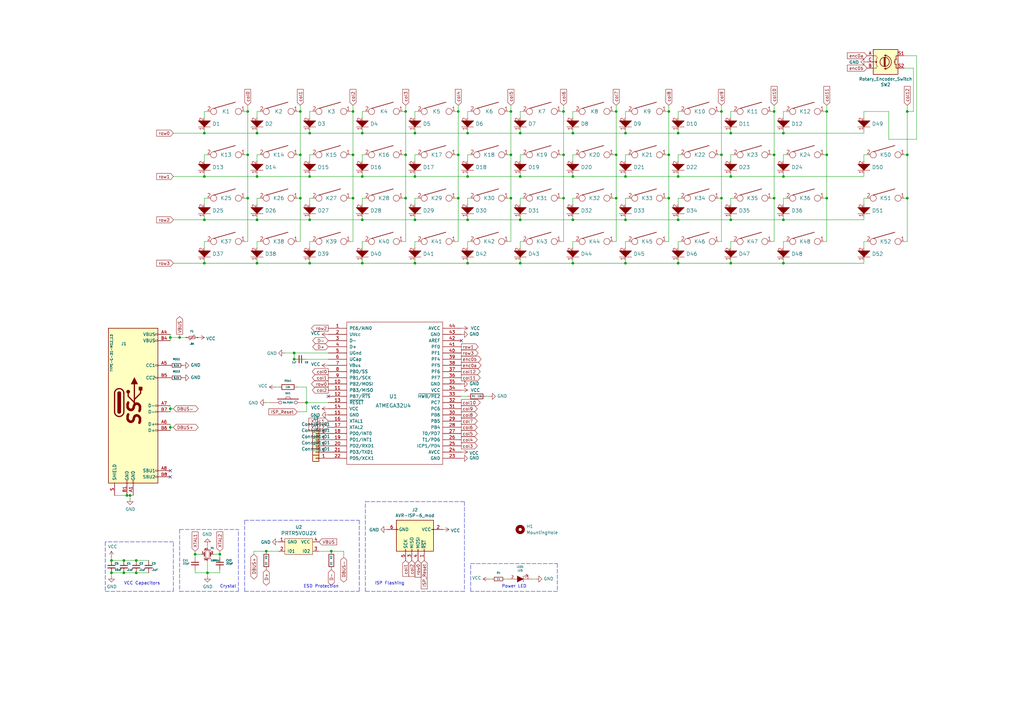
<source format=kicad_sch>
(kicad_sch (version 20211123) (generator eeschema)
  (paper "A3")
  (junction (at 187.96 81.28))
  (junction (at 170.18 90.17))
  (junction (at 191.77 107.95))
  (junction (at 101.6 45.72))
  (junction (at 73.66 138.43))
  (junction (at 231.14 81.28))
  (junction (at 299.72 90.17))
  (junction (at 123.19 45.72))
  (junction (at 209.55 81.28))
  (junction (at 105.41 54.61))
  (junction (at 213.36 107.95))
  (junction (at 101.6 81.28))
  (junction (at 123.19 63.5))
  (junction (at 278.13 72.39))
  (junction (at 274.32 45.72))
  (junction (at 127 54.61))
  (junction (at 148.59 107.95))
  (junction (at 317.5 81.28))
  (junction (at 339.09 63.5))
  (junction (at 166.37 63.5))
  (junction (at 53.34 203.2))
  (junction (at 83.82 72.39))
  (junction (at 256.54 90.17))
  (junction (at 252.73 63.5))
  (junction (at 50.8 229.87))
  (junction (at 372.11 63.5))
  (junction (at 105.41 107.95))
  (junction (at 166.37 45.72))
  (junction (at 321.31 72.39))
  (junction (at 213.36 90.17))
  (junction (at 105.41 72.39))
  (junction (at 101.6 63.5))
  (junction (at 135.89 226.06))
  (junction (at 339.09 45.72))
  (junction (at 321.31 54.61))
  (junction (at 278.13 90.17))
  (junction (at 252.73 81.28))
  (junction (at 295.91 63.5))
  (junction (at 83.82 90.17))
  (junction (at 170.18 54.61))
  (junction (at 55.88 234.95))
  (junction (at 80.01 227.33))
  (junction (at 144.78 81.28))
  (junction (at 120.65 144.78))
  (junction (at 231.14 45.72))
  (junction (at 234.95 90.17))
  (junction (at 295.91 45.72))
  (junction (at 83.82 54.61))
  (junction (at 52.07 203.2))
  (junction (at 123.19 81.28))
  (junction (at 372.11 81.28))
  (junction (at 321.31 107.95))
  (junction (at 125.73 165.1))
  (junction (at 339.09 81.28))
  (junction (at 127 72.39))
  (junction (at 274.32 81.28))
  (junction (at 252.73 45.72))
  (junction (at 317.5 45.72))
  (junction (at 256.54 54.61))
  (junction (at 274.32 63.5))
  (junction (at 170.18 72.39))
  (junction (at 191.77 90.17))
  (junction (at 144.78 63.5))
  (junction (at 234.95 107.95))
  (junction (at 69.85 167.64))
  (junction (at 278.13 54.61))
  (junction (at 148.59 72.39))
  (junction (at 109.22 226.06))
  (junction (at 55.88 229.87))
  (junction (at 90.17 227.33))
  (junction (at 278.13 107.95))
  (junction (at 45.72 229.87))
  (junction (at 85.09 234.95))
  (junction (at 50.8 234.95))
  (junction (at 105.41 90.17))
  (junction (at 317.5 63.5))
  (junction (at 299.72 72.39))
  (junction (at 295.91 81.28))
  (junction (at 231.14 63.5))
  (junction (at 83.82 107.95))
  (junction (at 170.18 107.95))
  (junction (at 299.72 54.61))
  (junction (at 209.55 63.5))
  (junction (at 127 90.17))
  (junction (at 144.78 45.72))
  (junction (at 299.72 107.95))
  (junction (at 166.37 81.28))
  (junction (at 187.96 63.5))
  (junction (at 256.54 107.95))
  (junction (at 45.72 234.95))
  (junction (at 187.96 45.72))
  (junction (at 69.85 138.43))
  (junction (at 120.65 147.32))
  (junction (at 209.55 45.72))
  (junction (at 191.77 54.61))
  (junction (at 191.77 72.39))
  (junction (at 127 107.95))
  (junction (at 213.36 72.39))
  (junction (at 69.85 175.26))
  (junction (at 321.31 90.17))
  (junction (at 234.95 54.61))
  (junction (at 234.95 72.39))
  (junction (at 213.36 54.61))
  (junction (at 256.54 72.39))
  (junction (at 148.59 90.17))
  (junction (at 148.59 54.61))
  (junction (at 372.11 45.72))
  (no_connect (at 189.23 139.7))
  (no_connect (at 69.85 193.04))
  (no_connect (at 134.62 162.56))
  (no_connect (at 69.85 195.58))
  (wire (pts (xy 209.55 63.5) (xy 209.55 81.28)))
  (polyline (pts (xy 100.33 242.57) (xy 100.33 213.36)))
  (wire (pts (xy 106.68 45.72) (xy 105.41 45.72)))
  (wire (pts (xy 110.49 165.1) (xy 109.22 165.1)))
  (wire (pts (xy 295.91 81.28) (xy 295.91 99.06)))
  (wire (pts (xy 69.85 138.43) (xy 69.85 139.7)))
  (wire (pts (xy 187.96 63.5) (xy 186.69 63.5)))
  (wire (pts (xy 128.27 45.72) (xy 127 45.72)))
  (wire (pts (xy 85.09 45.72) (xy 83.82 45.72)))
  (wire (pts (xy 234.95 88.9) (xy 234.95 90.17)))
  (wire (pts (xy 274.32 45.72) (xy 274.32 63.5)))
  (wire (pts (xy 170.18 107.95) (xy 191.77 107.95)))
  (wire (pts (xy 127 90.17) (xy 148.59 90.17)))
  (wire (pts (xy 170.18 71.12) (xy 170.18 72.39)))
  (polyline (pts (xy 73.66 242.57) (xy 97.79 242.57)))
  (wire (pts (xy 231.14 63.5) (xy 231.14 81.28)))
  (wire (pts (xy 299.72 54.61) (xy 321.31 54.61)))
  (wire (pts (xy 140.97 226.06) (xy 140.97 228.6)))
  (wire (pts (xy 256.54 88.9) (xy 256.54 90.17)))
  (wire (pts (xy 105.41 106.68) (xy 105.41 107.95)))
  (wire (pts (xy 127 107.95) (xy 148.59 107.95)))
  (wire (pts (xy 278.13 99.06) (xy 278.13 101.6)))
  (wire (pts (xy 256.54 99.06) (xy 256.54 101.6)))
  (wire (pts (xy 300.99 45.72) (xy 299.72 45.72)))
  (wire (pts (xy 73.66 138.43) (xy 76.2 138.43)))
  (wire (pts (xy 127 99.06) (xy 127 101.6)))
  (wire (pts (xy 191.77 54.61) (xy 213.36 54.61)))
  (wire (pts (xy 71.12 54.61) (xy 83.82 54.61)))
  (wire (pts (xy 339.09 43.18) (xy 339.09 45.72)))
  (wire (pts (xy 83.82 99.06) (xy 83.82 101.6)))
  (wire (pts (xy 209.55 81.28) (xy 209.55 99.06)))
  (wire (pts (xy 127 81.28) (xy 127 83.82)))
  (wire (pts (xy 317.5 99.06) (xy 316.23 99.06)))
  (wire (pts (xy 53.34 203.2) (xy 53.34 204.47)))
  (wire (pts (xy 166.37 63.5) (xy 166.37 81.28)))
  (wire (pts (xy 149.86 63.5) (xy 148.59 63.5)))
  (wire (pts (xy 171.45 45.72) (xy 170.18 45.72)))
  (wire (pts (xy 45.72 234.95) (xy 45.72 236.22)))
  (wire (pts (xy 127 88.9) (xy 127 90.17)))
  (wire (pts (xy 252.73 63.5) (xy 252.73 81.28)))
  (wire (pts (xy 294.64 81.28) (xy 295.91 81.28)))
  (wire (pts (xy 109.22 226.06) (xy 104.14 226.06)))
  (wire (pts (xy 251.46 81.28) (xy 252.73 81.28)))
  (wire (pts (xy 218.44 237.49) (xy 219.71 237.49)))
  (polyline (pts (xy 43.18 242.57) (xy 71.12 242.57)))
  (wire (pts (xy 125.73 165.1) (xy 125.73 168.91)))
  (wire (pts (xy 116.84 144.78) (xy 120.65 144.78)))
  (wire (pts (xy 299.72 106.68) (xy 299.72 107.95)))
  (wire (pts (xy 106.68 63.5) (xy 105.41 63.5)))
  (wire (pts (xy 274.32 63.5) (xy 274.32 81.28)))
  (wire (pts (xy 214.63 99.06) (xy 213.36 99.06)))
  (wire (pts (xy 209.55 99.06) (xy 208.28 99.06)))
  (wire (pts (xy 83.82 45.72) (xy 83.82 48.26)))
  (wire (pts (xy 257.81 63.5) (xy 256.54 63.5)))
  (wire (pts (xy 130.81 226.06) (xy 135.89 226.06)))
  (wire (pts (xy 295.91 43.18) (xy 295.91 45.72)))
  (wire (pts (xy 339.09 45.72) (xy 339.09 63.5)))
  (wire (pts (xy 214.63 63.5) (xy 213.36 63.5)))
  (wire (pts (xy 299.72 90.17) (xy 321.31 90.17)))
  (wire (pts (xy 144.78 63.5) (xy 143.51 63.5)))
  (wire (pts (xy 321.31 81.28) (xy 321.31 83.82)))
  (wire (pts (xy 121.92 45.72) (xy 123.19 45.72)))
  (wire (pts (xy 193.04 99.06) (xy 191.77 99.06)))
  (wire (pts (xy 125.73 158.75) (xy 125.73 165.1)))
  (wire (pts (xy 104.14 226.06) (xy 104.14 227.33)))
  (wire (pts (xy 234.95 72.39) (xy 256.54 72.39)))
  (wire (pts (xy 144.78 45.72) (xy 144.78 63.5)))
  (wire (pts (xy 355.6 63.5) (xy 354.33 63.5)))
  (wire (pts (xy 354.33 45.72) (xy 354.33 48.26)))
  (wire (pts (xy 354.33 45.72) (xy 364.49 45.72)))
  (wire (pts (xy 85.09 234.95) (xy 90.17 234.95)))
  (wire (pts (xy 105.41 72.39) (xy 127 72.39)))
  (polyline (pts (xy 228.6 242.57) (xy 193.04 242.57)))
  (wire (pts (xy 85.09 99.06) (xy 83.82 99.06)))
  (wire (pts (xy 300.99 81.28) (xy 299.72 81.28)))
  (wire (pts (xy 374.65 45.72) (xy 372.11 45.72)))
  (wire (pts (xy 234.95 45.72) (xy 234.95 48.26)))
  (wire (pts (xy 120.65 147.32) (xy 124.46 147.32)))
  (wire (pts (xy 170.18 90.17) (xy 191.77 90.17)))
  (polyline (pts (xy 73.66 217.17) (xy 73.66 242.57)))
  (wire (pts (xy 354.33 90.17) (xy 354.33 88.9)))
  (wire (pts (xy 295.91 45.72) (xy 295.91 63.5)))
  (wire (pts (xy 85.09 229.87) (xy 85.09 234.95)))
  (wire (pts (xy 372.11 43.18) (xy 372.11 45.72)))
  (wire (pts (xy 69.85 167.64) (xy 69.85 168.91)))
  (polyline (pts (xy 190.5 242.57) (xy 149.86 242.57)))
  (wire (pts (xy 106.68 99.06) (xy 105.41 99.06)))
  (wire (pts (xy 299.72 99.06) (xy 299.72 101.6)))
  (wire (pts (xy 370.84 22.86) (xy 375.92 22.86)))
  (wire (pts (xy 354.33 63.5) (xy 354.33 66.04)))
  (wire (pts (xy 231.14 43.18) (xy 231.14 45.72)))
  (wire (pts (xy 354.33 107.95) (xy 354.33 106.68)))
  (wire (pts (xy 123.19 81.28) (xy 123.19 99.06)))
  (wire (pts (xy 106.68 81.28) (xy 105.41 81.28)))
  (wire (pts (xy 85.09 234.95) (xy 85.09 236.22)))
  (wire (pts (xy 120.65 147.32) (xy 120.65 144.78)))
  (wire (pts (xy 213.36 71.12) (xy 213.36 72.39)))
  (wire (pts (xy 236.22 99.06) (xy 234.95 99.06)))
  (wire (pts (xy 375.92 22.86) (xy 375.92 57.15)))
  (wire (pts (xy 256.54 54.61) (xy 278.13 54.61)))
  (wire (pts (xy 322.58 63.5) (xy 321.31 63.5)))
  (wire (pts (xy 170.18 72.39) (xy 191.77 72.39)))
  (wire (pts (xy 148.59 90.17) (xy 170.18 90.17)))
  (wire (pts (xy 71.12 175.26) (xy 69.85 175.26)))
  (wire (pts (xy 321.31 63.5) (xy 321.31 66.04)))
  (wire (pts (xy 256.54 63.5) (xy 256.54 66.04)))
  (wire (pts (xy 127 54.61) (xy 148.59 54.61)))
  (wire (pts (xy 339.09 99.06) (xy 337.82 99.06)))
  (wire (pts (xy 321.31 90.17) (xy 321.31 88.9)))
  (wire (pts (xy 83.82 54.61) (xy 105.41 54.61)))
  (wire (pts (xy 299.72 53.34) (xy 299.72 54.61)))
  (wire (pts (xy 372.11 63.5) (xy 372.11 81.28)))
  (wire (pts (xy 50.8 234.95) (xy 45.72 234.95)))
  (wire (pts (xy 187.96 63.5) (xy 187.96 81.28)))
  (wire (pts (xy 105.41 63.5) (xy 105.41 66.04)))
  (wire (pts (xy 149.86 99.06) (xy 148.59 99.06)))
  (wire (pts (xy 321.31 72.39) (xy 321.31 71.12)))
  (wire (pts (xy 144.78 63.5) (xy 144.78 81.28)))
  (wire (pts (xy 83.82 53.34) (xy 83.82 54.61)))
  (wire (pts (xy 354.33 99.06) (xy 354.33 101.6)))
  (wire (pts (xy 191.77 53.34) (xy 191.77 54.61)))
  (wire (pts (xy 101.6 43.18) (xy 101.6 45.72)))
  (wire (pts (xy 100.33 45.72) (xy 101.6 45.72)))
  (polyline (pts (xy 149.86 242.57) (xy 149.86 205.74)))
  (wire (pts (xy 339.09 81.28) (xy 339.09 99.06)))
  (wire (pts (xy 170.18 63.5) (xy 170.18 66.04)))
  (wire (pts (xy 125.73 168.91) (xy 121.92 168.91)))
  (wire (pts (xy 165.1 81.28) (xy 166.37 81.28)))
  (wire (pts (xy 193.04 63.5) (xy 191.77 63.5)))
  (wire (pts (xy 123.19 63.5) (xy 123.19 81.28)))
  (wire (pts (xy 209.55 45.72) (xy 209.55 63.5)))
  (wire (pts (xy 370.84 81.28) (xy 372.11 81.28)))
  (wire (pts (xy 52.07 203.2) (xy 53.34 203.2)))
  (wire (pts (xy 300.99 63.5) (xy 299.72 63.5)))
  (wire (pts (xy 166.37 45.72) (xy 166.37 63.5)))
  (wire (pts (xy 114.3 226.06) (xy 109.22 226.06)))
  (wire (pts (xy 278.13 71.12) (xy 278.13 72.39)))
  (wire (pts (xy 45.72 228.6) (xy 45.72 229.87)))
  (wire (pts (xy 274.32 63.5) (xy 273.05 63.5)))
  (wire (pts (xy 166.37 43.18) (xy 166.37 45.72)))
  (wire (pts (xy 50.8 229.87) (xy 45.72 229.87)))
  (wire (pts (xy 355.6 81.28) (xy 354.33 81.28)))
  (wire (pts (xy 127 106.68) (xy 127 107.95)))
  (wire (pts (xy 214.63 81.28) (xy 213.36 81.28)))
  (wire (pts (xy 121.92 158.75) (xy 125.73 158.75)))
  (wire (pts (xy 294.64 45.72) (xy 295.91 45.72)))
  (wire (pts (xy 100.33 81.28) (xy 101.6 81.28)))
  (wire (pts (xy 60.96 229.87) (xy 55.88 229.87)))
  (wire (pts (xy 120.65 144.78) (xy 134.62 144.78)))
  (wire (pts (xy 234.95 99.06) (xy 234.95 101.6)))
  (wire (pts (xy 295.91 63.5) (xy 294.64 63.5)))
  (wire (pts (xy 69.85 137.16) (xy 69.85 138.43)))
  (wire (pts (xy 71.12 167.64) (xy 69.85 167.64)))
  (polyline (pts (xy 190.5 205.74) (xy 190.5 242.57)))
  (wire (pts (xy 191.77 106.68) (xy 191.77 107.95)))
  (wire (pts (xy 189.23 162.56) (xy 191.77 162.56)))
  (wire (pts (xy 257.81 45.72) (xy 256.54 45.72)))
  (wire (pts (xy 256.54 45.72) (xy 256.54 48.26)))
  (wire (pts (xy 83.82 107.95) (xy 71.12 107.95)))
  (wire (pts (xy 299.72 71.12) (xy 299.72 72.39)))
  (wire (pts (xy 170.18 45.72) (xy 170.18 48.26)))
  (wire (pts (xy 128.27 63.5) (xy 127 63.5)))
  (wire (pts (xy 83.82 106.68) (xy 83.82 107.95)))
  (wire (pts (xy 148.59 72.39) (xy 170.18 72.39)))
  (wire (pts (xy 256.54 90.17) (xy 278.13 90.17)))
  (wire (pts (xy 295.91 63.5) (xy 295.91 81.28)))
  (wire (pts (xy 90.17 227.33) (xy 90.17 226.06)))
  (wire (pts (xy 83.82 72.39) (xy 105.41 72.39)))
  (wire (pts (xy 200.66 237.49) (xy 201.93 237.49)))
  (wire (pts (xy 234.95 81.28) (xy 234.95 83.82)))
  (wire (pts (xy 364.49 45.72) (xy 364.49 57.15)))
  (wire (pts (xy 85.09 223.52) (xy 85.09 224.79)))
  (wire (pts (xy 354.33 54.61) (xy 354.33 53.34)))
  (wire (pts (xy 213.36 88.9) (xy 213.36 90.17)))
  (wire (pts (xy 299.72 45.72) (xy 299.72 48.26)))
  (wire (pts (xy 83.82 107.95) (xy 105.41 107.95)))
  (wire (pts (xy 83.82 88.9) (xy 83.82 90.17)))
  (wire (pts (xy 148.59 45.72) (xy 148.59 48.26)))
  (wire (pts (xy 257.81 81.28) (xy 256.54 81.28)))
  (wire (pts (xy 171.45 81.28) (xy 170.18 81.28)))
  (wire (pts (xy 191.77 45.72) (xy 191.77 48.26)))
  (wire (pts (xy 80.01 233.68) (xy 80.01 234.95)))
  (polyline (pts (xy 147.32 213.36) (xy 147.32 242.57)))
  (wire (pts (xy 148.59 106.68) (xy 148.59 107.95)))
  (wire (pts (xy 105.41 71.12) (xy 105.41 72.39)))
  (wire (pts (xy 322.58 81.28) (xy 321.31 81.28)))
  (wire (pts (xy 209.55 63.5) (xy 208.28 63.5)))
  (wire (pts (xy 317.5 81.28) (xy 317.5 99.06)))
  (wire (pts (xy 274.32 43.18) (xy 274.32 45.72)))
  (wire (pts (xy 213.36 90.17) (xy 234.95 90.17)))
  (wire (pts (xy 256.54 71.12) (xy 256.54 72.39)))
  (wire (pts (xy 144.78 99.06) (xy 143.51 99.06)))
  (wire (pts (xy 213.36 45.72) (xy 213.36 48.26)))
  (wire (pts (xy 191.77 81.28) (xy 191.77 83.82)))
  (wire (pts (xy 187.96 99.06) (xy 186.69 99.06)))
  (wire (pts (xy 256.54 81.28) (xy 256.54 83.82)))
  (wire (pts (xy 322.58 99.06) (xy 321.31 99.06)))
  (wire (pts (xy 208.28 81.28) (xy 209.55 81.28)))
  (wire (pts (xy 80.01 227.33) (xy 80.01 228.6)))
  (wire (pts (xy 252.73 81.28) (xy 252.73 99.06)))
  (wire (pts (xy 229.87 81.28) (xy 231.14 81.28)))
  (wire (pts (xy 125.73 147.32) (xy 134.62 147.32)))
  (wire (pts (xy 191.77 63.5) (xy 191.77 66.04)))
  (wire (pts (xy 69.85 138.43) (xy 73.66 138.43)))
  (wire (pts (xy 127 72.39) (xy 148.59 72.39)))
  (wire (pts (xy 234.95 90.17) (xy 256.54 90.17)))
  (wire (pts (xy 149.86 81.28) (xy 148.59 81.28)))
  (wire (pts (xy 316.23 45.72) (xy 317.5 45.72)))
  (wire (pts (xy 213.36 53.34) (xy 213.36 54.61)))
  (wire (pts (xy 355.6 99.06) (xy 354.33 99.06)))
  (wire (pts (xy 234.95 53.34) (xy 234.95 54.61)))
  (wire (pts (xy 337.82 45.72) (xy 339.09 45.72)))
  (wire (pts (xy 46.99 203.2) (xy 52.07 203.2)))
  (wire (pts (xy 213.36 99.06) (xy 213.36 101.6)))
  (wire (pts (xy 123.19 43.18) (xy 123.19 45.72)))
  (wire (pts (xy 166.37 81.28) (xy 166.37 99.06)))
  (wire (pts (xy 354.33 72.39) (xy 354.33 71.12)))
  (wire (pts (xy 279.4 63.5) (xy 278.13 63.5)))
  (wire (pts (xy 321.31 90.17) (xy 354.33 90.17)))
  (polyline (pts (xy 193.04 242.57) (xy 193.04 231.14)))
  (wire (pts (xy 128.27 99.06) (xy 127 99.06)))
  (wire (pts (xy 101.6 63.5) (xy 101.6 81.28)))
  (wire (pts (xy 143.51 45.72) (xy 144.78 45.72)))
  (wire (pts (xy 170.18 88.9) (xy 170.18 90.17)))
  (wire (pts (xy 273.05 81.28) (xy 274.32 81.28)))
  (wire (pts (xy 170.18 54.61) (xy 191.77 54.61)))
  (wire (pts (xy 372.11 45.72) (xy 372.11 63.5)))
  (wire (pts (xy 252.73 43.18) (xy 252.73 45.72)))
  (wire (pts (xy 256.54 53.34) (xy 256.54 54.61)))
  (wire (pts (xy 85.09 81.28) (xy 83.82 81.28)))
  (wire (pts (xy 278.13 88.9) (xy 278.13 90.17)))
  (wire (pts (xy 231.14 81.28) (xy 231.14 99.06)))
  (wire (pts (xy 278.13 53.34) (xy 278.13 54.61)))
  (wire (pts (xy 299.72 107.95) (xy 321.31 107.95)))
  (wire (pts (xy 299.72 72.39) (xy 321.31 72.39)))
  (wire (pts (xy 85.09 63.5) (xy 83.82 63.5)))
  (wire (pts (xy 213.36 54.61) (xy 234.95 54.61)))
  (wire (pts (xy 55.88 229.87) (xy 50.8 229.87)))
  (wire (pts (xy 191.77 99.06) (xy 191.77 101.6)))
  (wire (pts (xy 213.36 106.68) (xy 213.36 107.95)))
  (wire (pts (xy 209.55 43.18) (xy 209.55 45.72)))
  (wire (pts (xy 105.41 99.06) (xy 105.41 101.6)))
  (wire (pts (xy 213.36 81.28) (xy 213.36 83.82)))
  (wire (pts (xy 317.5 63.5) (xy 316.23 63.5)))
  (wire (pts (xy 127 63.5) (xy 127 66.04)))
  (wire (pts (xy 295.91 99.06) (xy 294.64 99.06)))
  (wire (pts (xy 191.77 88.9) (xy 191.77 90.17)))
  (wire (pts (xy 256.54 107.95) (xy 278.13 107.95)))
  (wire (pts (xy 321.31 45.72) (xy 321.31 48.26)))
  (wire (pts (xy 83.82 72.39) (xy 71.12 72.39)))
  (polyline (pts (xy 43.18 222.25) (xy 43.18 242.57)))
  (wire (pts (xy 278.13 63.5) (xy 278.13 66.04)))
  (wire (pts (xy 127 53.34) (xy 127 54.61)))
  (wire (pts (xy 90.17 234.95) (xy 90.17 233.68)))
  (wire (pts (xy 337.82 81.28) (xy 339.09 81.28)))
  (wire (pts (xy 105.41 54.61) (xy 127 54.61)))
  (wire (pts (xy 321.31 54.61) (xy 321.31 53.34)))
  (wire (pts (xy 278.13 107.95) (xy 299.72 107.95)))
  (wire (pts (xy 105.41 88.9) (xy 105.41 90.17)))
  (wire (pts (xy 171.45 99.06) (xy 170.18 99.06)))
  (wire (pts (xy 317.5 63.5) (xy 317.5 81.28)))
  (wire (pts (xy 186.69 45.72) (xy 187.96 45.72)))
  (wire (pts (xy 69.85 175.26) (xy 69.85 176.53)))
  (wire (pts (xy 231.14 63.5) (xy 229.87 63.5)))
  (wire (pts (xy 234.95 107.95) (xy 256.54 107.95)))
  (wire (pts (xy 134.62 165.1) (xy 125.73 165.1)))
  (polyline (pts (xy 100.33 213.36) (xy 147.32 213.36)))
  (wire (pts (xy 252.73 63.5) (xy 251.46 63.5)))
  (wire (pts (xy 90.17 227.33) (xy 90.17 228.6)))
  (wire (pts (xy 236.22 81.28) (xy 234.95 81.28)))
  (wire (pts (xy 105.41 81.28) (xy 105.41 83.82)))
  (wire (pts (xy 321.31 99.06) (xy 321.31 101.6)))
  (wire (pts (xy 114.3 158.75) (xy 113.03 158.75)))
  (wire (pts (xy 231.14 45.72) (xy 231.14 63.5)))
  (wire (pts (xy 278.13 81.28) (xy 278.13 83.82)))
  (wire (pts (xy 123.19 63.5) (xy 121.92 63.5)))
  (wire (pts (xy 300.99 99.06) (xy 299.72 99.06)))
  (wire (pts (xy 213.36 107.95) (xy 234.95 107.95)))
  (wire (pts (xy 82.55 227.33) (xy 80.01 227.33)))
  (wire (pts (xy 144.78 81.28) (xy 144.78 99.06)))
  (wire (pts (xy 191.77 72.39) (xy 213.36 72.39)))
  (wire (pts (xy 279.4 45.72) (xy 278.13 45.72)))
  (wire (pts (xy 199.39 162.56) (xy 200.66 162.56)))
  (wire (pts (xy 55.88 234.95) (xy 50.8 234.95)))
  (wire (pts (xy 170.18 99.06) (xy 170.18 101.6)))
  (wire (pts (xy 252.73 99.06) (xy 251.46 99.06)))
  (wire (pts (xy 123.19 45.72) (xy 123.19 63.5)))
  (wire (pts (xy 148.59 54.61) (xy 170.18 54.61)))
  (wire (pts (xy 171.45 63.5) (xy 170.18 63.5)))
  (wire (pts (xy 251.46 45.72) (xy 252.73 45.72)))
  (wire (pts (xy 105.41 53.34) (xy 105.41 54.61)))
  (wire (pts (xy 135.89 226.06) (xy 140.97 226.06)))
  (wire (pts (xy 60.96 234.95) (xy 55.88 234.95)))
  (polyline (pts (xy 100.33 242.57) (xy 147.32 242.57)))
  (wire (pts (xy 128.27 81.28) (xy 127 81.28)))
  (wire (pts (xy 213.36 63.5) (xy 213.36 66.04)))
  (wire (pts (xy 144.78 43.18) (xy 144.78 45.72)))
  (wire (pts (xy 278.13 54.61) (xy 299.72 54.61)))
  (wire (pts (xy 252.73 45.72) (xy 252.73 63.5)))
  (wire (pts (xy 166.37 99.06) (xy 165.1 99.06)))
  (wire (pts (xy 317.5 45.72) (xy 317.5 63.5)))
  (wire (pts (xy 53.34 203.2) (xy 54.61 203.2)))
  (wire (pts (xy 234.95 71.12) (xy 234.95 72.39)))
  (wire (pts (xy 316.23 81.28) (xy 317.5 81.28)))
  (wire (pts (xy 148.59 71.12) (xy 148.59 72.39)))
  (wire (pts (xy 231.14 99.06) (xy 229.87 99.06)))
  (wire (pts (xy 148.59 53.34) (xy 148.59 54.61)))
  (wire (pts (xy 105.41 45.72) (xy 105.41 48.26)))
  (wire (pts (xy 236.22 63.5) (xy 234.95 63.5)))
  (wire (pts (xy 207.01 237.49) (xy 208.28 237.49)))
  (wire (pts (xy 372.11 63.5) (xy 370.84 63.5)))
  (polyline (pts (xy 149.86 205.74) (xy 190.5 205.74)))
  (wire (pts (xy 170.18 53.34) (xy 170.18 54.61)))
  (wire (pts (xy 166.37 63.5) (xy 165.1 63.5)))
  (wire (pts (xy 214.63 45.72) (xy 213.36 45.72)))
  (wire (pts (xy 213.36 72.39) (xy 234.95 72.39)))
  (wire (pts (xy 83.82 63.5) (xy 83.82 66.04)))
  (wire (pts (xy 256.54 72.39) (xy 278.13 72.39)))
  (wire (pts (xy 364.49 57.15) (xy 375.92 57.15)))
  (wire (pts (xy 374.65 27.94) (xy 374.65 45.72)))
  (wire (pts (xy 148.59 63.5) (xy 148.59 66.04)))
  (wire (pts (xy 273.05 45.72) (xy 274.32 45.72)))
  (wire (pts (xy 321.31 107.95) (xy 354.33 107.95)))
  (wire (pts (xy 148.59 107.95) (xy 170.18 107.95)))
  (wire (pts (xy 236.22 45.72) (xy 234.95 45.72)))
  (wire (pts (xy 87.63 227.33) (xy 90.17 227.33)))
  (polyline (pts (xy 73.66 217.17) (xy 97.79 217.17)))
  (wire (pts (xy 187.96 43.18) (xy 187.96 45.72)))
  (wire (pts (xy 187.96 81.28) (xy 187.96 99.06)))
  (wire (pts (xy 105.41 107.95) (xy 127 107.95)))
  (wire (pts (xy 143.51 81.28) (xy 144.78 81.28)))
  (wire (pts (xy 279.4 81.28) (xy 278.13 81.28)))
  (wire (pts (xy 127 45.72) (xy 127 48.26)))
  (wire (pts (xy 234.95 63.5) (xy 234.95 66.04)))
  (wire (pts (xy 278.13 106.68) (xy 278.13 107.95)))
  (wire (pts (xy 80.01 227.33) (xy 80.01 226.06)))
  (wire (pts (xy 80.01 234.95) (xy 85.09 234.95)))
  (wire (pts (xy 83.82 90.17) (xy 105.41 90.17)))
  (wire (pts (xy 83.82 90.17) (xy 71.12 90.17)))
  (wire (pts (xy 69.85 166.37) (xy 69.85 167.64)))
  (wire (pts (xy 127 71.12) (xy 127 72.39)))
  (polyline (pts (xy 71.12 222.25) (xy 43.18 222.25)))
  (wire (pts (xy 193.04 45.72) (xy 191.77 45.72)))
  (wire (pts (xy 229.87 45.72) (xy 231.14 45.72)))
  (wire (pts (xy 148.59 88.9) (xy 148.59 90.17)))
  (wire (pts (xy 148.59 81.28) (xy 148.59 83.82)))
  (wire (pts (xy 101.6 99.06) (xy 100.33 99.06)))
  (wire (pts (xy 149.86 45.72) (xy 148.59 45.72)))
  (wire (pts (xy 187.96 45.72) (xy 187.96 63.5)))
  (wire (pts (xy 278.13 72.39) (xy 299.72 72.39)))
  (wire (pts (xy 101.6 81.28) (xy 101.6 99.06)))
  (wire (pts (xy 165.1 45.72) (xy 166.37 45.72)))
  (wire (pts (xy 321.31 107.95) (xy 321.31 106.68)))
  (wire (pts (xy 274.32 81.28) (xy 274.32 99.06)))
  (wire (pts (xy 322.58 45.72) (xy 321.31 45.72)))
  (wire (pts (xy 234.95 106.68) (xy 234.95 107.95)))
  (wire (pts (xy 208.28 45.72) (xy 209.55 45.72)))
  (wire (pts (xy 256.54 106.68) (xy 256.54 107.95)))
  (wire (pts (xy 170.18 106.68) (xy 170.18 107.95)))
  (wire (pts (xy 321.31 72.39) (xy 354.33 72.39)))
  (wire (pts (xy 186.69 81.28) (xy 187.96 81.28)))
  (wire (pts (xy 83.82 71.12) (xy 83.82 72.39)))
  (wire (pts (xy 372.11 99.06) (xy 370.84 99.06)))
  (wire (pts (xy 299.72 63.5) (xy 299.72 66.04)))
  (wire (pts (xy 278.13 90.17) (xy 299.72 90.17)))
  (wire (pts (xy 339.09 63.5) (xy 337.82 63.5)))
  (wire (pts (xy 257.81 99.06) (xy 256.54 99.06)))
  (wire (pts (xy 370.84 27.94) (xy 374.65 27.94)))
  (polyline (pts (xy 193.04 231.14) (xy 228.6 231.14)))
  (wire (pts (xy 148.59 99.06) (xy 148.59 101.6)))
  (wire (pts (xy 170.18 81.28) (xy 170.18 83.82)))
  (wire (pts (xy 191.77 90.17) (xy 213.36 90.17)))
  (wire (pts (xy 274.32 99.06) (xy 273.05 99.06)))
  (wire (pts (xy 73.66 137.16) (xy 73.66 138.43)))
  (wire (pts (xy 279.4 99.06) (xy 278.13 99.06)))
  (wire (pts (xy 299.72 81.28) (xy 299.72 83.82)))
  (wire (pts (xy 105.41 90.17) (xy 127 90.17)))
  (wire (pts (xy 193.04 81.28) (xy 191.77 81.28)))
  (wire (pts (xy 101.6 45.72) (xy 101.6 63.5)))
  (wire (pts (xy 121.92 81.28) (xy 123.19 81.28)))
  (wire (pts (xy 191.77 107.95) (xy 213.36 107.95)))
  (wire (pts (xy 339.09 63.5) (xy 339.09 81.28)))
  (wire (pts (xy 69.85 173.99) (xy 69.85 175.26)))
  (wire (pts (xy 191.77 71.12) (xy 191.77 72.39)))
  (wire (pts (xy 123.19 99.06) (xy 121.92 99.06)))
  (wire (pts (xy 317.5 43.18) (xy 317.5 45.72)))
  (polyline (pts (xy 97.79 242.57) (xy 97.79 217.17)))
  (wire (pts (xy 278.13 45.72) (xy 278.13 48.26)))
  (wire (pts (xy 372.11 81.28) (xy 372.11 99.06)))
  (wire (pts (xy 83.82 81.28) (xy 83.82 83.82)))
  (wire (pts (xy 354.33 81.28) (xy 354.33 83.82)))
  (wire (pts (xy 299.72 88.9) (xy 299.72 90.17)))
  (polyline (pts (xy 71.12 242.57) (xy 71.12 222.25)))
  (polyline (pts (xy 228.6 231.14) (xy 228.6 242.57)))
  (wire (pts (xy 101.6 63.5) (xy 100.33 63.5)))
  (wire (pts (xy 234.95 54.61) (xy 256.54 54.61)))
  (wire (pts (xy 321.31 54.61) (xy 354.33 54.61)))
  (text "ESD Protection" (at 124.46 241.3 0) (effects (font (size 1.27 1.27)) (justify left bottom)))
  (text "Crystal" (at 90.17 241.3 0) (effects (font (size 1.27 1.27)) (justify left bottom)))
  (text "Power LED" (at 205.74 241.3 0) (effects (font (size 1.27 1.27)) (justify left bottom)))
  (text "VCC Capacitors" (at 50.8 240.03 0) (effects (font (size 1.27 1.27)) (justify left bottom)))
  (text "ISP Flashing" (at 153.67 240.03 0) (effects (font (size 1.27 1.27)) (justify left bottom)))
  (global_label "VBUS" (shape input) (at 130.81 222.25 0) (property "Intersheet References" "${INTERSHEET_REFS}" (effects hide)))
  (global_label "col8" (shape input) (at 274.32 43.18 90) (property "Intersheet References" "${INTERSHEET_REFS}" (effects hide)))
  (global_label "col2" (shape input) (at 168.91 229.87 270) (property "Intersheet References" "${INTERSHEET_REFS}" (effects hide)))
  (global_label "enc0a" (shape output) (at 189.23 149.86 0) (property "Intersheet References" "${INTERSHEET_REFS}" (effects hide)))
  (global_label "col4" (shape input) (at 187.96 43.18 90) (property "Intersheet References" "${INTERSHEET_REFS}" (effects hide)))
  (global_label "col7" (shape output) (at 189.23 172.72 0) (property "Intersheet References" "${INTERSHEET_REFS}" (effects hide)))
  (global_label "row2" (shape input) (at 71.12 90.17 180) (property "Intersheet References" "${INTERSHEET_REFS}" (effects hide)))
  (global_label "col0" (shape output) (at 134.62 152.4 180) (property "Intersheet References" "${INTERSHEET_REFS}" (effects hide)))
  (global_label "col2" (shape input) (at 144.78 43.18 90) (property "Intersheet References" "${INTERSHEET_REFS}" (effects hide)))
  (global_label "XTAL1" (shape input) (at 80.01 226.06 90) (property "Intersheet References" "${INTERSHEET_REFS}" (effects hide)))
  (global_label "D+" (shape bidirectional) (at 134.62 142.24 180) (property "Intersheet References" "${INTERSHEET_REFS}" (effects hide)))
  (global_label "row0" (shape output) (at 134.62 157.48 180) (property "Intersheet References" "${INTERSHEET_REFS}" (effects hide)))
  (global_label "VBUS" (shape output) (at 73.66 137.16 90) (property "Intersheet References" "${INTERSHEET_REFS}" (effects hide)))
  (global_label "col4" (shape output) (at 189.23 180.34 0) (property "Intersheet References" "${INTERSHEET_REFS}" (effects hide)))
  (global_label "row3" (shape input) (at 71.12 107.95 180) (property "Intersheet References" "${INTERSHEET_REFS}" (effects hide)))
  (global_label "col3" (shape input) (at 166.37 43.18 90) (property "Intersheet References" "${INTERSHEET_REFS}" (effects hide)))
  (global_label "D+" (shape bidirectional) (at 109.22 233.68 270) (property "Intersheet References" "${INTERSHEET_REFS}" (effects hide)))
  (global_label "D-" (shape bidirectional) (at 134.62 139.7 180) (property "Intersheet References" "${INTERSHEET_REFS}" (effects hide)))
  (global_label "col12" (shape output) (at 189.23 152.4 0) (property "Intersheet References" "${INTERSHEET_REFS}" (effects hide)))
  (global_label "col7" (shape input) (at 252.73 43.18 90) (property "Intersheet References" "${INTERSHEET_REFS}" (effects hide)))
  (global_label "col5" (shape input) (at 209.55 43.18 90) (property "Intersheet References" "${INTERSHEET_REFS}" (effects hide)))
  (global_label "col9" (shape input) (at 295.91 43.18 90) (property "Intersheet References" "${INTERSHEET_REFS}" (effects hide)))
  (global_label "DBUS-" (shape bidirectional) (at 140.97 228.6 270) (property "Intersheet References" "${INTERSHEET_REFS}" (effects hide)))
  (global_label "enc0b" (shape input) (at 355.6 27.94 180) (property "Intersheet References" "${INTERSHEET_REFS}" (effects hide)))
  (global_label "col2" (shape output) (at 134.62 160.02 180) (property "Intersheet References" "${INTERSHEET_REFS}" (effects hide)))
  (global_label "col6" (shape input) (at 231.14 43.18 90) (property "Intersheet References" "${INTERSHEET_REFS}" (effects hide)))
  (global_label "row1" (shape output) (at 189.23 142.24 0) (property "Intersheet References" "${INTERSHEET_REFS}" (effects hide)))
  (global_label "col9" (shape output) (at 189.23 167.64 0) (property "Intersheet References" "${INTERSHEET_REFS}" (effects hide)))
  (global_label "D-" (shape bidirectional) (at 135.89 233.68 270) (property "Intersheet References" "${INTERSHEET_REFS}" (effects hide)))
  (global_label "enc0a" (shape input) (at 355.6 22.86 180) (property "Intersheet References" "${INTERSHEET_REFS}" (effects hide)))
  (global_label "row0" (shape input) (at 171.45 229.87 270) (property "Intersheet References" "${INTERSHEET_REFS}" (effects hide)))
  (global_label "col10" (shape output) (at 189.23 165.1 0) (property "Intersheet References" "${INTERSHEET_REFS}" (effects hide)))
  (global_label "row2" (shape output) (at 134.62 134.62 180) (property "Intersheet References" "${INTERSHEET_REFS}" (effects hide)))
  (global_label "col8" (shape output) (at 189.23 170.18 0) (property "Intersheet References" "${INTERSHEET_REFS}" (effects hide)))
  (global_label "DBUS+" (shape bidirectional) (at 71.12 175.26 0) (property "Intersheet References" "${INTERSHEET_REFS}" (effects hide)))
  (global_label "ISP_Reset" (shape input) (at 173.99 229.87 270) (property "Intersheet References" "${INTERSHEET_REFS}" (effects hide)))
  (global_label "XTAL2" (shape input) (at 90.17 226.06 90) (property "Intersheet References" "${INTERSHEET_REFS}" (effects hide)))
  (global_label "XTAL1" (shape input) (at 134.62 172.72 180) (property "Intersheet References" "${INTERSHEET_REFS}" (effects hide)))
  (global_label "col1" (shape input) (at 166.37 229.87 270) (property "Intersheet References" "${INTERSHEET_REFS}" (effects hide)))
  (global_label "row0" (shape input) (at 71.12 54.61 180) (property "Intersheet References" "${INTERSHEET_REFS}" (effects hide)))
  (global_label "col11" (shape output) (at 189.23 154.94 0) (property "Intersheet References" "${INTERSHEET_REFS}" (effects hide)))
  (global_label "ISP_Reset" (shape input) (at 121.92 168.91 180) (property "Intersheet References" "${INTERSHEET_REFS}" (effects hide)))
  (global_label "col10" (shape input) (at 317.5 43.18 90) (property "Intersheet References" "${INTERSHEET_REFS}" (effects hide)))
  (global_label "col5" (shape output) (at 189.23 177.8 0) (property "Intersheet References" "${INTERSHEET_REFS}" (effects hide)))
  (global_label "col12" (shape input) (at 372.11 43.18 90) (property "Intersheet References" "${INTERSHEET_REFS}" (effects hide)))
  (global_label "col3" (shape output) (at 189.23 182.88 0) (property "Intersheet References" "${INTERSHEET_REFS}" (effects hide)))
  (global_label "col0" (shape input) (at 101.6 43.18 90) (property "Intersheet References" "${INTERSHEET_REFS}" (effects hide)))
  (global_label "XTAL2" (shape input) (at 134.62 175.26 180) (property "Intersheet References" "${INTERSHEET_REFS}" (effects hide)))
  (global_label "row1" (shape input) (at 71.12 72.39 180) (property "Intersheet References" "${INTERSHEET_REFS}" (effects hide)))
  (global_label "col11" (shape input) (at 339.09 43.18 90) (property "Intersheet References" "${INTERSHEET_REFS}" (effects hide)))
  (global_label "col6" (shape output) (at 189.23 175.26 0) (property "Intersheet References" "${INTERSHEET_REFS}" (effects hide)))
  (global_label "row3" (shape output) (at 189.23 144.78 0) (property "Intersheet References" "${INTERSHEET_REFS}" (effects hide)))
  (global_label "col1" (shape output) (at 134.62 154.94 180) (property "Intersheet References" "${INTERSHEET_REFS}" (effects hide)))
  (global_label "DBUS+" (shape bidirectional) (at 104.14 227.33 270) (property "Intersheet References" "${INTERSHEET_REFS}" (effects hide)))
  (global_label "enc0b" (shape output) (at 189.23 147.32 0) (property "Intersheet References" "${INTERSHEET_REFS}" (effects hide)))
  (global_label "DBUS-" (shape bidirectional) (at 71.12 167.64 0) (property "Intersheet References" "${INTERSHEET_REFS}" (effects hide)))
  (global_label "col1" (shape input) (at 123.19 43.18 90) (property "Intersheet References" "${INTERSHEET_REFS}" (effects hide)))
  (symbol (lib_id "pcb-rescue:KEYSW-keyboard_parts-Ori-rescue-lucy-rescue") (at 92.71 45.72 0) (unit 1)
    (property "Reference" "K1" (at 92.71 45.72 0) (effects (font (size 1.524 1.524))))
    (property "Value" "KEYSW" (effects hide))
    (property "Footprint" "MX_Only:MXOnly-1U-Hotswap" (effects hide))
  )
  (symbol (lib_id "pcb-rescue:KEYSW-keyboard_parts-Ori-rescue-lucy-rescue") (at 92.71 63.5 0) (unit 1)
    (property "Reference" "K13" (at 92.71 63.5 0) (effects (font (size 1.524 1.524))))
    (property "Value" "KEYSW" (effects hide))
    (property "Footprint" "MX_Only:MXOnly-1U-Hotswap" (effects hide))
  )
  (symbol (lib_id "pcb-rescue:D-keyboard_parts-Ori-rescue-lucy-rescue") (at 83.82 52.07 180) (unit 1)
    (property "Reference" "D1" (at 87.0712 50.8 0) (effects (font (size 1.524 1.524)) (justify right)))
    (property "Value" "D" (effects hide))
    (property "Footprint" "Keeb_footprints:D_SOD-123_modified" (effects hide))
  )
  (symbol (lib_id "pcb-rescue:D-keyboard_parts-Ori-rescue-lucy-rescue") (at 83.82 69.85 180) (unit 1)
    (property "Reference" "D13" (at 87.0712 68.58 0) (effects (font (size 1.524 1.524)) (justify right)))
    (property "Value" "D" (effects hide))
    (property "Footprint" "Keeb_footprints:D_SOD-123_modified" (effects hide))
  )
  (symbol (lib_id "pcb-rescue:KEYSW-keyboard_parts-Ori-rescue-lucy-rescue") (at 114.3 45.72 0) (unit 1)
    (property "Reference" "K2" (at 114.3 45.72 0) (effects (font (size 1.524 1.524))))
    (property "Value" "KEYSW" (effects hide))
    (property "Footprint" "MX_Only:MXOnly-1U-Hotswap" (effects hide))
  )
  (symbol (lib_id "pcb-rescue:KEYSW-keyboard_parts-Ori-rescue-lucy-rescue") (at 114.3 63.5 0) (unit 1)
    (property "Reference" "K14" (at 114.3 63.5 0) (effects (font (size 1.524 1.524))))
    (property "Value" "KEYSW" (effects hide))
    (property "Footprint" "MX_Only:MXOnly-1U-Hotswap" (effects hide))
  )
  (symbol (lib_id "pcb-rescue:D-keyboard_parts-Ori-rescue-lucy-rescue") (at 105.41 52.07 180) (unit 1)
    (property "Reference" "D2" (at 108.6612 50.8 0) (effects (font (size 1.524 1.524)) (justify right)))
    (property "Value" "D" (effects hide))
    (property "Footprint" "Keeb_footprints:D_SOD-123_modified" (effects hide))
  )
  (symbol (lib_id "pcb-rescue:D-keyboard_parts-Ori-rescue-lucy-rescue") (at 105.41 69.85 180) (unit 1)
    (property "Reference" "D14" (at 108.6612 68.58 0) (effects (font (size 1.524 1.524)) (justify right)))
    (property "Value" "D" (effects hide))
    (property "Footprint" "Keeb_footprints:D_SOD-123_modified" (effects hide))
  )
  (symbol (lib_id "pcb-rescue:KEYSW-keyboard_parts-Ori-rescue-lucy-rescue") (at 135.89 45.72 0) (unit 1)
    (property "Reference" "K3" (at 135.89 45.72 0) (effects (font (size 1.524 1.524))))
    (property "Value" "KEYSW" (effects hide))
    (property "Footprint" "MX_Only:MXOnly-1U-Hotswap" (effects hide))
  )
  (symbol (lib_id "pcb-rescue:KEYSW-keyboard_parts-Ori-rescue-lucy-rescue") (at 135.89 63.5 0) (unit 1)
    (property "Reference" "K15" (at 135.89 63.5 0) (effects (font (size 1.524 1.524))))
    (property "Value" "KEYSW" (effects hide))
    (property "Footprint" "MX_Only:MXOnly-1U-Hotswap" (effects hide))
  )
  (symbol (lib_id "pcb-rescue:D-keyboard_parts-Ori-rescue-lucy-rescue") (at 127 52.07 180) (unit 1)
    (property "Reference" "D3" (at 130.2512 50.8 0) (effects (font (size 1.524 1.524)) (justify right)))
    (property "Value" "D" (effects hide))
    (property "Footprint" "Keeb_footprints:D_SOD-123_modified" (effects hide))
  )
  (symbol (lib_id "pcb-rescue:D-keyboard_parts-Ori-rescue-lucy-rescue") (at 127 69.85 180) (unit 1)
    (property "Reference" "D15" (at 130.2512 68.58 0) (effects (font (size 1.524 1.524)) (justify right)))
    (property "Value" "D" (effects hide))
    (property "Footprint" "Keeb_footprints:D_SOD-123_modified" (effects hide))
  )
  (symbol (lib_id "pcb-rescue:KEYSW-keyboard_parts-Ori-rescue-lucy-rescue") (at 157.48 45.72 0) (unit 1)
    (property "Reference" "K4" (at 157.48 45.72 0) (effects (font (size 1.524 1.524))))
    (property "Value" "KEYSW" (effects hide))
    (property "Footprint" "MX_Only:MXOnly-1U-Hotswap" (effects hide))
  )
  (symbol (lib_id "pcb-rescue:KEYSW-keyboard_parts-Ori-rescue-lucy-rescue") (at 157.48 63.5 0) (unit 1)
    (property "Reference" "K16" (at 157.48 63.5 0) (effects (font (size 1.524 1.524))))
    (property "Value" "KEYSW" (effects hide))
    (property "Footprint" "MX_Only:MXOnly-1U-Hotswap" (effects hide))
  )
  (symbol (lib_id "pcb-rescue:D-keyboard_parts-Ori-rescue-lucy-rescue") (at 148.59 52.07 180) (unit 1)
    (property "Reference" "D4" (at 151.8412 50.8 0) (effects (font (size 1.524 1.524)) (justify right)))
    (property "Value" "D" (effects hide))
    (property "Footprint" "Keeb_footprints:D_SOD-123_modified" (effects hide))
  )
  (symbol (lib_id "pcb-rescue:D-keyboard_parts-Ori-rescue-lucy-rescue") (at 148.59 69.85 180) (unit 1)
    (property "Reference" "D16" (at 151.8412 68.58 0) (effects (font (size 1.524 1.524)) (justify right)))
    (property "Value" "D" (effects hide))
    (property "Footprint" "Keeb_footprints:D_SOD-123_modified" (effects hide))
  )
  (symbol (lib_id "pcb-rescue:KEYSW-keyboard_parts-Ori-rescue-lucy-rescue") (at 179.07 45.72 0) (unit 1)
    (property "Reference" "K5" (at 179.07 45.72 0) (effects (font (size 1.524 1.524))))
    (property "Value" "KEYSW" (effects hide))
    (property "Footprint" "MX_Only:MXOnly-1U-Hotswap" (effects hide))
  )
  (symbol (lib_id "pcb-rescue:KEYSW-keyboard_parts-Ori-rescue-lucy-rescue") (at 179.07 63.5 0) (unit 1)
    (property "Reference" "K17" (at 179.07 63.5 0) (effects (font (size 1.524 1.524))))
    (property "Value" "KEYSW" (effects hide))
    (property "Footprint" "MX_Only:MXOnly-1U-Hotswap" (effects hide))
  )
  (symbol (lib_id "pcb-rescue:D-keyboard_parts-Ori-rescue-lucy-rescue") (at 170.18 52.07 180) (unit 1)
    (property "Reference" "D5" (at 173.4312 50.8 0) (effects (font (size 1.524 1.524)) (justify right)))
    (property "Value" "D" (effects hide))
    (property "Footprint" "Keeb_footprints:D_SOD-123_modified" (effects hide))
  )
  (symbol (lib_id "pcb-rescue:D-keyboard_parts-Ori-rescue-lucy-rescue") (at 170.18 69.85 180) (unit 1)
    (property "Reference" "D17" (at 173.4312 68.58 0) (effects (font (size 1.524 1.524)) (justify right)))
    (property "Value" "D" (effects hide))
    (property "Footprint" "Keeb_footprints:D_SOD-123_modified" (effects hide))
  )
  (symbol (lib_id "pcb-rescue:KEYSW-keyboard_parts-Ori-rescue-lucy-rescue") (at 200.66 45.72 0) (unit 1)
    (property "Reference" "K6" (at 200.66 45.72 0) (effects (font (size 1.524 1.524))))
    (property "Value" "KEYSW" (effects hide))
    (property "Footprint" "MX_Only:MXOnly-1U-Hotswap" (effects hide))
  )
  (symbol (lib_id "pcb-rescue:KEYSW-keyboard_parts-Ori-rescue-lucy-rescue") (at 200.66 63.5 0) (unit 1)
    (property "Reference" "K18" (at 200.66 63.5 0) (effects (font (size 1.524 1.524))))
    (property "Value" "KEYSW" (effects hide))
    (property "Footprint" "MX_Only:MXOnly-1U-Hotswap" (effects hide))
  )
  (symbol (lib_id "pcb-rescue:D-keyboard_parts-Ori-rescue-lucy-rescue") (at 191.77 52.07 180) (unit 1)
    (property "Reference" "D6" (at 195.0212 50.8 0) (effects (font (size 1.524 1.524)) (justify right)))
    (property "Value" "D" (effects hide))
    (property "Footprint" "Keeb_footprints:D_SOD-123_modified" (effects hide))
  )
  (symbol (lib_id "pcb-rescue:D-keyboard_parts-Ori-rescue-lucy-rescue") (at 191.77 69.85 180) (unit 1)
    (property "Reference" "D18" (at 195.0212 68.58 0) (effects (font (size 1.524 1.524)) (justify right)))
    (property "Value" "D" (effects hide))
    (property "Footprint" "Keeb_footprints:D_SOD-123_modified" (effects hide))
  )
  (symbol (lib_id "pcb-rescue:KEYSW-keyboard_parts-Ori-rescue-lucy-rescue") (at 222.25 45.72 0) (unit 1)
    (property "Reference" "K7" (at 222.25 45.72 0) (effects (font (size 1.524 1.524))))
    (property "Value" "KEYSW" (effects hide))
    (property "Footprint" "MX_Only:MXOnly-1U-Hotswap" (effects hide))
  )
  (symbol (lib_id "pcb-rescue:KEYSW-keyboard_parts-Ori-rescue-lucy-rescue") (at 222.25 63.5 0) (unit 1)
    (property "Reference" "K19" (at 222.25 63.5 0) (effects (font (size 1.524 1.524))))
    (property "Value" "KEYSW" (effects hide))
    (property "Footprint" "MX_Only:MXOnly-1U-Hotswap" (effects hide))
  )
  (symbol (lib_id "pcb-rescue:D-keyboard_parts-Ori-rescue-lucy-rescue") (at 213.36 52.07 180) (unit 1)
    (property "Reference" "D7" (at 216.6112 50.8 0) (effects (font (size 1.524 1.524)) (justify right)))
    (property "Value" "D" (effects hide))
    (property "Footprint" "Keeb_footprints:D_SOD-123_modified" (effects hide))
  )
  (symbol (lib_id "pcb-rescue:D-keyboard_parts-Ori-rescue-lucy-rescue") (at 213.36 69.85 180) (unit 1)
    (property "Reference" "D19" (at 216.6112 68.58 0) (effects (font (size 1.524 1.524)) (justify right)))
    (property "Value" "D" (effects hide))
    (property "Footprint" "Keeb_footprints:D_SOD-123_modified" (effects hide))
  )
  (symbol (lib_id "pcb-rescue:KEYSW-keyboard_parts-Ori-rescue-lucy-rescue") (at 243.84 45.72 0) (unit 1)
    (property "Reference" "K8" (at 243.84 45.72 0) (effects (font (size 1.524 1.524))))
    (property "Value" "KEYSW" (effects hide))
    (property "Footprint" "MX_Only:MXOnly-1U-Hotswap" (effects hide))
  )
  (symbol (lib_id "pcb-rescue:KEYSW-keyboard_parts-Ori-rescue-lucy-rescue") (at 243.84 63.5 0) (unit 1)
    (property "Reference" "K20" (at 243.84 63.5 0) (effects (font (size 1.524 1.524))))
    (property "Value" "KEYSW" (effects hide))
    (property "Footprint" "MX_Only:MXOnly-1U-Hotswap" (effects hide))
  )
  (symbol (lib_id "pcb-rescue:D-keyboard_parts-Ori-rescue-lucy-rescue") (at 234.95 52.07 180) (unit 1)
    (property "Reference" "D8" (at 238.2012 50.8 0) (effects (font (size 1.524 1.524)) (justify right)))
    (property "Value" "D" (effects hide))
    (property "Footprint" "Keeb_footprints:D_SOD-123_modified" (effects hide))
  )
  (symbol (lib_id "pcb-rescue:D-keyboard_parts-Ori-rescue-lucy-rescue") (at 234.95 69.85 180) (unit 1)
    (property "Reference" "D20" (at 238.2012 68.58 0) (effects (font (size 1.524 1.524)) (justify right)))
    (property "Value" "D" (effects hide))
    (property "Footprint" "Keeb_footprints:D_SOD-123_modified" (effects hide))
  )
  (symbol (lib_id "pcb-rescue:KEYSW-keyboard_parts-Ori-rescue-lucy-rescue") (at 265.43 45.72 0) (unit 1)
    (property "Reference" "K9" (at 265.43 45.72 0) (effects (font (size 1.524 1.524))))
    (property "Value" "KEYSW" (effects hide))
    (property "Footprint" "MX_Only:MXOnly-1U-Hotswap" (effects hide))
  )
  (symbol (lib_id "pcb-rescue:KEYSW-keyboard_parts-Ori-rescue-lucy-rescue") (at 265.43 63.5 0) (unit 1)
    (property "Reference" "K21" (at 265.43 63.5 0) (effects (font (size 1.524 1.524))))
    (property "Value" "KEYSW" (effects hide))
    (property "Footprint" "MX_Only:MXOnly-1U-Hotswap" (effects hide))
  )
  (symbol (lib_id "pcb-rescue:D-keyboard_parts-Ori-rescue-lucy-rescue") (at 256.54 52.07 180) (unit 1)
    (property "Reference" "D9" (at 259.7912 50.8 0) (effects (font (size 1.524 1.524)) (justify right)))
    (property "Value" "D" (effects hide))
    (property "Footprint" "Keeb_footprints:D_SOD-123_modified" (effects hide))
  )
  (symbol (lib_id "pcb-rescue:D-keyboard_parts-Ori-rescue-lucy-rescue") (at 256.54 69.85 180) (unit 1)
    (property "Reference" "D21" (at 259.7912 68.58 0) (effects (font (size 1.524 1.524)) (justify right)))
    (property "Value" "D" (effects hide))
    (property "Footprint" "Keeb_footprints:D_SOD-123_modified" (effects hide))
  )
  (symbol (lib_id "pcb-rescue:KEYSW-keyboard_parts-Ori-rescue-lucy-rescue") (at 287.02 45.72 0) (unit 1)
    (property "Reference" "K10" (at 287.02 45.72 0) (effects (font (size 1.524 1.524))))
    (property "Value" "KEYSW" (effects hide))
    (property "Footprint" "MX_Only:MXOnly-1U-Hotswap" (effects hide))
  )
  (symbol (lib_id "pcb-rescue:KEYSW-keyboard_parts-Ori-rescue-lucy-rescue") (at 287.02 63.5 0) (unit 1)
    (property "Reference" "K22" (at 287.02 63.5 0) (effects (font (size 1.524 1.524))))
    (property "Value" "KEYSW" (effects hide))
    (property "Footprint" "MX_Only:MXOnly-1U-Hotswap" (effects hide))
  )
  (symbol (lib_id "pcb-rescue:D-keyboard_parts-Ori-rescue-lucy-rescue") (at 278.13 52.07 180) (unit 1)
    (property "Reference" "D10" (at 281.3812 50.8 0) (effects (font (size 1.524 1.524)) (justify right)))
    (property "Value" "D" (effects hide))
    (property "Footprint" "Keeb_footprints:D_SOD-123_modified" (effects hide))
  )
  (symbol (lib_id "pcb-rescue:D-keyboard_parts-Ori-rescue-lucy-rescue") (at 278.13 69.85 180) (unit 1)
    (property "Reference" "D22" (at 281.3812 68.58 0) (effects (font (size 1.524 1.524)) (justify right)))
    (property "Value" "D" (effects hide))
    (property "Footprint" "Keeb_footprints:D_SOD-123_modified" (effects hide))
  )
  (symbol (lib_id "pcb-rescue:KEYSW-keyboard_parts-Ori-rescue-lucy-rescue") (at 308.61 45.72 0) (unit 1)
    (property "Reference" "K11" (at 308.61 45.72 0) (effects (font (size 1.524 1.524))))
    (property "Value" "KEYSW" (effects hide))
    (property "Footprint" "MX_Only:MXOnly-1U-Hotswap" (effects hide))
  )
  (symbol (lib_id "pcb-rescue:KEYSW-keyboard_parts-Ori-rescue-lucy-rescue") (at 308.61 63.5 0) (unit 1)
    (property "Reference" "K23" (at 308.61 63.5 0) (effects (font (size 1.524 1.524))))
    (property "Value" "KEYSW" (effects hide))
    (property "Footprint" "MX_Only:MXOnly-1U-Hotswap" (effects hide))
  )
  (symbol (lib_id "pcb-rescue:D-keyboard_parts-Ori-rescue-lucy-rescue") (at 299.72 52.07 180) (unit 1)
    (property "Reference" "D11" (at 302.9712 50.8 0) (effects (font (size 1.524 1.524)) (justify right)))
    (property "Value" "D" (effects hide))
    (property "Footprint" "Keeb_footprints:D_SOD-123_modified" (effects hide))
  )
  (symbol (lib_id "pcb-rescue:D-keyboard_parts-Ori-rescue-lucy-rescue") (at 299.72 69.85 180) (unit 1)
    (property "Reference" "D23" (at 302.9712 68.58 0) (effects (font (size 1.524 1.524)) (justify right)))
    (property "Value" "D" (effects hide))
    (property "Footprint" "Keeb_footprints:D_SOD-123_modified" (effects hide))
  )
  (symbol (lib_id "pcb-rescue:KEYSW-keyboard_parts-Ori-rescue-lucy-rescue") (at 330.2 45.72 0) (unit 1)
    (property "Reference" "K12" (at 330.2 45.72 0) (effects (font (size 1.524 1.524))))
    (property "Value" "KEYSW" (effects hide))
    (property "Footprint" "MX_Only:MXOnly-1U-Hotswap" (effects hide))
  )
  (symbol (lib_id "pcb-rescue:KEYSW-keyboard_parts-Ori-rescue-lucy-rescue") (at 330.2 63.5 0) (unit 1)
    (property "Reference" "K24" (at 330.2 63.5 0) (effects (font (size 1.524 1.524))))
    (property "Value" "KEYSW" (effects hide))
    (property "Footprint" "MX_Only:MXOnly-1U-Hotswap" (effects hide))
  )
  (symbol (lib_id "pcb-rescue:D-keyboard_parts-Ori-rescue-lucy-rescue") (at 321.31 52.07 180) (unit 1)
    (property "Reference" "D12" (at 324.5612 50.8 0) (effects (font (size 1.524 1.524)) (justify right)))
    (property "Value" "D" (effects hide))
    (property "Footprint" "Keeb_footprints:D_SOD-123_modified" (effects hide))
  )
  (symbol (lib_id "pcb-rescue:D-keyboard_parts-Ori-rescue-lucy-rescue") (at 321.31 69.85 180) (unit 1)
    (property "Reference" "D24" (at 324.5612 68.58 0) (effects (font (size 1.524 1.524)) (justify right)))
    (property "Value" "D" (effects hide))
    (property "Footprint" "Keeb_footprints:D_SOD-123_modified" (effects hide))
  )
  (symbol (lib_id "pcb-rescue:KEYSW-keyboard_parts-Ori-rescue-lucy-rescue") (at 92.71 81.28 0) (unit 1)
    (property "Reference" "K25" (at 92.71 81.28 0) (effects (font (size 1.524 1.524))))
    (property "Value" "KEYSW" (effects hide))
    (property "Footprint" "MX_Only:MXOnly-1U-Hotswap" (effects hide))
  )
  (symbol (lib_id "pcb-rescue:D-keyboard_parts-Ori-rescue-lucy-rescue") (at 83.82 87.63 180) (unit 1)
    (property "Reference" "D25" (at 87.0712 86.36 0) (effects (font (size 1.524 1.524)) (justify right)))
    (property "Value" "D" (effects hide))
    (property "Footprint" "Keeb_footprints:D_SOD-123_modified" (effects hide))
  )
  (symbol (lib_id "pcb-rescue:KEYSW-keyboard_parts-Ori-rescue-lucy-rescue") (at 114.3 81.28 0) (unit 1)
    (property "Reference" "K26" (at 114.3 81.28 0) (effects (font (size 1.524 1.524))))
    (property "Value" "KEYSW" (effects hide))
    (property "Footprint" "MX_Only:MXOnly-1U-Hotswap" (effects hide))
  )
  (symbol (lib_id "pcb-rescue:D-keyboard_parts-Ori-rescue-lucy-rescue") (at 105.41 87.63 180) (unit 1)
    (property "Reference" "D26" (at 108.6612 86.36 0) (effects (font (size 1.524 1.524)) (justify right)))
    (property "Value" "D" (effects hide))
    (property "Footprint" "Keeb_footprints:D_SOD-123_modified" (effects hide))
  )
  (symbol (lib_id "pcb-rescue:KEYSW-keyboard_parts-Ori-rescue-lucy-rescue") (at 135.89 81.28 0) (unit 1)
    (property "Reference" "K27" (at 135.89 81.28 0) (effects (font (size 1.524 1.524))))
    (property "Value" "KEYSW" (effects hide))
    (property "Footprint" "MX_Only:MXOnly-1U-Hotswap" (effects hide))
  )
  (symbol (lib_id "pcb-rescue:D-keyboard_parts-Ori-rescue-lucy-rescue") (at 127 87.63 180) (unit 1)
    (property "Reference" "D27" (at 130.2512 86.36 0) (effects (font (size 1.524 1.524)) (justify right)))
    (property "Value" "D" (effects hide))
    (property "Footprint" "Keeb_footprints:D_SOD-123_modified" (effects hide))
  )
  (symbol (lib_id "pcb-rescue:KEYSW-keyboard_parts-Ori-rescue-lucy-rescue") (at 157.48 81.28 0) (unit 1)
    (property "Reference" "K28" (at 157.48 81.28 0) (effects (font (size 1.524 1.524))))
    (property "Value" "KEYSW" (effects hide))
    (property "Footprint" "MX_Only:MXOnly-1U-Hotswap" (effects hide))
  )
  (symbol (lib_id "pcb-rescue:D-keyboard_parts-Ori-rescue-lucy-rescue") (at 148.59 87.63 180) (unit 1)
    (property "Reference" "D28" (at 151.8412 86.36 0) (effects (font (size 1.524 1.524)) (justify right)))
    (property "Value" "D" (effects hide))
    (property "Footprint" "Keeb_footprints:D_SOD-123_modified" (effects hide))
  )
  (symbol (lib_id "pcb-rescue:KEYSW-keyboard_parts-Ori-rescue-lucy-rescue") (at 179.07 81.28 0) (unit 1)
    (property "Reference" "K29" (at 179.07 81.28 0) (effects (font (size 1.524 1.524))))
    (property "Value" "KEYSW" (effects hide))
    (property "Footprint" "MX_Only:MXOnly-1U-Hotswap" (effects hide))
  )
  (symbol (lib_id "pcb-rescue:D-keyboard_parts-Ori-rescue-lucy-rescue") (at 170.18 87.63 180) (unit 1)
    (property "Reference" "D29" (at 173.4312 86.36 0) (effects (font (size 1.524 1.524)) (justify right)))
    (property "Value" "D" (effects hide))
    (property "Footprint" "Keeb_footprints:D_SOD-123_modified" (effects hide))
  )
  (symbol (lib_id "pcb-rescue:KEYSW-keyboard_parts-Ori-rescue-lucy-rescue") (at 200.66 81.28 0) (unit 1)
    (property "Reference" "K30" (at 200.66 81.28 0) (effects (font (size 1.524 1.524))))
    (property "Value" "KEYSW" (effects hide))
    (property "Footprint" "MX_Only:MXOnly-1U-Hotswap" (effects hide))
  )
  (symbol (lib_id "pcb-rescue:D-keyboard_parts-Ori-rescue-lucy-rescue") (at 191.77 87.63 180) (unit 1)
    (property "Reference" "D30" (at 195.0212 86.36 0) (effects (font (size 1.524 1.524)) (justify right)))
    (property "Value" "D" (effects hide))
    (property "Footprint" "Keeb_footprints:D_SOD-123_modified" (effects hide))
  )
  (symbol (lib_id "pcb-rescue:KEYSW-keyboard_parts-Ori-rescue-lucy-rescue") (at 222.25 81.28 0) (unit 1)
    (property "Reference" "K31" (at 222.25 81.28 0) (effects (font (size 1.524 1.524))))
    (property "Value" "KEYSW" (effects hide))
    (property "Footprint" "MX_Only:MXOnly-1U-Hotswap" (effects hide))
  )
  (symbol (lib_id "pcb-rescue:D-keyboard_parts-Ori-rescue-lucy-rescue") (at 213.36 87.63 180) (unit 1)
    (property "Reference" "D31" (at 216.6112 86.36 0) (effects (font (size 1.524 1.524)) (justify right)))
    (property "Value" "D" (effects hide))
    (property "Footprint" "Keeb_footprints:D_SOD-123_modified" (effects hide))
  )
  (symbol (lib_id "pcb-rescue:KEYSW-keyboard_parts-Ori-rescue-lucy-rescue") (at 243.84 81.28 0) (unit 1)
    (property "Reference" "K32" (at 243.84 81.28 0) (effects (font (size 1.524 1.524))))
    (property "Value" "KEYSW" (effects hide))
    (property "Footprint" "MX_Only:MXOnly-1U-Hotswap" (effects hide))
  )
  (symbol (lib_id "pcb-rescue:D-keyboard_parts-Ori-rescue-lucy-rescue") (at 234.95 87.63 180) (unit 1)
    (property "Reference" "D32" (at 238.2012 86.36 0) (effects (font (size 1.524 1.524)) (justify right)))
    (property "Value" "D" (effects hide))
    (property "Footprint" "Keeb_footprints:D_SOD-123_modified" (effects hide))
  )
  (symbol (lib_id "pcb-rescue:KEYSW-keyboard_parts-Ori-rescue-lucy-rescue") (at 265.43 81.28 0) (unit 1)
    (property "Reference" "K33" (at 265.43 81.28 0) (effects (font (size 1.524 1.524))))
    (property "Value" "KEYSW" (effects hide))
    (property "Footprint" "MX_Only:MXOnly-1U-Hotswap" (effects hide))
  )
  (symbol (lib_id "pcb-rescue:D-keyboard_parts-Ori-rescue-lucy-rescue") (at 256.54 87.63 180) (unit 1)
    (property "Reference" "D33" (at 259.7912 86.36 0) (effects (font (size 1.524 1.524)) (justify right)))
    (property "Value" "D" (effects hide))
    (property "Footprint" "Keeb_footprints:D_SOD-123_modified" (effects hide))
  )
  (symbol (lib_id "pcb-rescue:KEYSW-keyboard_parts-Ori-rescue-lucy-rescue") (at 287.02 81.28 0) (unit 1)
    (property "Reference" "K34" (at 287.02 81.28 0) (effects (font (size 1.524 1.524))))
    (property "Value" "KEYSW" (effects hide))
    (property "Footprint" "MX_Only:MXOnly-1U-Hotswap" (effects hide))
  )
  (symbol (lib_id "pcb-rescue:D-keyboard_parts-Ori-rescue-lucy-rescue") (at 278.13 87.63 180) (unit 1)
    (property "Reference" "D34" (at 281.3812 86.36 0) (effects (font (size 1.524 1.524)) (justify right)))
    (property "Value" "D" (effects hide))
    (property "Footprint" "Keeb_footprints:D_SOD-123_modified" (effects hide))
  )
  (symbol (lib_id "pcb-rescue:KEYSW-keyboard_parts-Ori-rescue-lucy-rescue") (at 308.61 81.28 0) (unit 1)
    (property "Reference" "K35" (at 308.61 81.28 0) (effects (font (size 1.524 1.524))))
    (property "Value" "KEYSW" (effects hide))
    (property "Footprint" "MX_Only:MXOnly-1U-Hotswap" (effects hide))
  )
  (symbol (lib_id "pcb-rescue:D-keyboard_parts-Ori-rescue-lucy-rescue") (at 299.72 87.63 180) (unit 1)
    (property "Reference" "D35" (at 302.9712 86.36 0) (effects (font (size 1.524 1.524)) (justify right)))
    (property "Value" "D" (effects hide))
    (property "Footprint" "Keeb_footprints:D_SOD-123_modified" (effects hide))
  )
  (symbol (lib_id "pcb-rescue:KEYSW-keyboard_parts-Ori-rescue-lucy-rescue") (at 330.2 81.28 0) (unit 1)
    (property "Reference" "K36" (at 330.2 81.28 0) (effects (font (size 1.524 1.524))))
    (property "Value" "KEYSW" (effects hide))
    (property "Footprint" "MX_Only:MXOnly-1U-Hotswap" (effects hide))
  )
  (symbol (lib_id "pcb-rescue:D-keyboard_parts-Ori-rescue-lucy-rescue") (at 321.31 87.63 180) (unit 1)
    (property "Reference" "D36" (at 324.5612 86.36 0) (effects (font (size 1.524 1.524)) (justify right)))
    (property "Value" "D" (effects hide))
    (property "Footprint" "Keeb_footprints:D_SOD-123_modified" (effects hide))
  )
  (symbol (lib_id "pcb-rescue:D-keyboard_parts-Ori-rescue-lucy-rescue") (at 321.31 105.41 180) (unit 1)
    (property "Reference" "D48" (at 324.5612 104.14 0) (effects (font (size 1.524 1.524)) (justify right)))
    (property "Value" "D" (effects hide))
    (property "Footprint" "Keeb_footprints:D_SOD-123_modified" (effects hide))
  )
  (symbol (lib_id "pcb-rescue:KEYSW-keyboard_parts-Ori-rescue-lucy-rescue") (at 330.2 99.06 0) (unit 1)
    (property "Reference" "K48" (at 330.2 99.06 0) (effects (font (size 1.524 1.524))))
    (property "Value" "KEYSW" (effects hide))
    (property "Footprint" "MX_Only:MXOnly-1U-Hotswap" (effects hide))
  )
  (symbol (lib_id "pcb-rescue:D-keyboard_parts-Ori-rescue-lucy-rescue") (at 299.72 105.41 180) (unit 1)
    (property "Reference" "D47" (at 302.9712 104.14 0) (effects (font (size 1.524 1.524)) (justify right)))
    (property "Value" "D" (effects hide))
    (property "Footprint" "Keeb_footprints:D_SOD-123_modified" (effects hide))
  )
  (symbol (lib_id "pcb-rescue:KEYSW-keyboard_parts-Ori-rescue-lucy-rescue") (at 308.61 99.06 0) (unit 1)
    (property "Reference" "K47" (at 308.61 99.06 0) (effects (font (size 1.524 1.524))))
    (property "Value" "KEYSW" (effects hide))
    (property "Footprint" "MX_Only:MXOnly-1U-Hotswap" (effects hide))
  )
  (symbol (lib_id "pcb-rescue:D-keyboard_parts-Ori-rescue-lucy-rescue") (at 278.13 105.41 180) (unit 1)
    (property "Reference" "D46" (at 281.3812 104.14 0) (effects (font (size 1.524 1.524)) (justify right)))
    (property "Value" "D" (effects hide))
    (property "Footprint" "Keeb_footprints:D_SOD-123_modified" (effects hide))
  )
  (symbol (lib_id "pcb-rescue:KEYSW-keyboard_parts-Ori-rescue-lucy-rescue") (at 287.02 99.06 0) (unit 1)
    (property "Reference" "K46" (at 287.02 99.06 0) (effects (font (size 1.524 1.524))))
    (property "Value" "KEYSW" (effects hide))
    (property "Footprint" "MX_Only:MXOnly-1U-Hotswap" (effects hide))
  )
  (symbol (lib_id "pcb-rescue:D-keyboard_parts-Ori-rescue-lucy-rescue") (at 256.54 105.41 180) (unit 1)
    (property "Reference" "D45" (at 259.7912 104.14 0) (effects (font (size 1.524 1.524)) (justify right)))
    (property "Value" "D" (effects hide))
    (property "Footprint" "Keeb_footprints:D_SOD-123_modified" (effects hide))
  )
  (symbol (lib_id "pcb-rescue:KEYSW-keyboard_parts-Ori-rescue-lucy-rescue") (at 265.43 99.06 0) (unit 1)
    (property "Reference" "K45" (at 265.43 99.06 0) (effects (font (size 1.524 1.524))))
    (property "Value" "KEYSW" (effects hide))
    (property "Footprint" "MX_Only:MXOnly-1U-Hotswap" (effects hide))
  )
  (symbol (lib_id "pcb-rescue:D-keyboard_parts-Ori-rescue-lucy-rescue") (at 234.95 105.41 180) (unit 1)
    (property "Reference" "D44" (at 238.2012 104.14 0) (effects (font (size 1.524 1.524)) (justify right)))
    (property "Value" "D" (effects hide))
    (property "Footprint" "Keeb_footprints:D_SOD-123_modified" (effects hide))
  )
  (symbol (lib_id "pcb-rescue:KEYSW-keyboard_parts-Ori-rescue-lucy-rescue") (at 243.84 99.06 0) (unit 1)
    (property "Reference" "K44" (at 243.84 99.06 0) (effects (font (size 1.524 1.524))))
    (property "Value" "KEYSW" (effects hide))
    (property "Footprint" "MX_Only:MXOnly-1U-Hotswap" (effects hide))
  )
  (symbol (lib_id "pcb-rescue:D-keyboard_parts-Ori-rescue-lucy-rescue") (at 213.36 105.41 180) (unit 1)
    (property "Reference" "D43" (at 216.6112 104.14 0) (effects (font (size 1.524 1.524)) (justify right)))
    (property "Value" "D" (effects hide))
    (property "Footprint" "Keeb_footprints:D_SOD-123_modified" (effects hide))
  )
  (symbol (lib_id "pcb-rescue:KEYSW-keyboard_parts-Ori-rescue-lucy-rescue") (at 222.25 99.06 0) (unit 1)
    (property "Reference" "K43" (at 222.25 99.06 0) (effects (font (size 1.524 1.524))))
    (property "Value" "KEYSW" (effects hide))
    (property "Footprint" "MX_Only:MXOnly-1U-Hotswap" (effects hide))
  )
  (symbol (lib_id "pcb-rescue:D-keyboard_parts-Ori-rescue-lucy-rescue") (at 191.77 105.41 180) (unit 1)
    (property "Reference" "D42" (at 195.0212 104.14 0) (effects (font (size 1.524 1.524)) (justify right)))
    (property "Value" "D" (effects hide))
    (property "Footprint" "Keeb_footprints:D_SOD-123_modified" (effects hide))
  )
  (symbol (lib_id "pcb-rescue:KEYSW-keyboard_parts-Ori-rescue-lucy-rescue") (at 200.66 99.06 0) (unit 1)
    (property "Reference" "K42" (at 200.66 99.06 0) (effects (font (size 1.524 1.524))))
    (property "Value" "KEYSW" (effects hide))
    (property "Footprint" "MX_Only:MXOnly-1U-Hotswap" (effects hide))
  )
  (symbol (lib_id "pcb-rescue:D-keyboard_parts-Ori-rescue-lucy-rescue") (at 170.18 105.41 180) (unit 1)
    (property "Reference" "D41" (at 173.4312 104.14 0) (effects (font (size 1.524 1.524)) (justify right)))
    (property "Value" "D" (effects hide))
    (property "Footprint" "Keeb_footprints:D_SOD-123_modified" (effects hide))
  )
  (symbol (lib_id "pcb-rescue:KEYSW-keyboard_parts-Ori-rescue-lucy-rescue") (at 179.07 99.06 0) (unit 1)
    (property "Reference" "K41" (at 179.07 99.06 0) (effects (font (size 1.524 1.524))))
    (property "Value" "KEYSW" (effects hide))
    (property "Footprint" "MX_Only:MXOnly-1U-Hotswap" (effects hide))
  )
  (symbol (lib_id "pcb-rescue:D-keyboard_parts-Ori-rescue-lucy-rescue") (at 148.59 105.41 180) (unit 1)
    (property "Reference" "D40" (at 151.8412 104.14 0) (effects (font (size 1.524 1.524)) (justify right)))
    (property "Value" "D" (effects hide))
    (property "Footprint" "Keeb_footprints:D_SOD-123_modified" (effects hide))
  )
  (symbol (lib_id "pcb-rescue:KEYSW-keyboard_parts-Ori-rescue-lucy-rescue") (at 157.48 99.06 0) (unit 1)
    (property "Reference" "K40" (at 157.48 99.06 0) (effects (font (size 1.524 1.524))))
    (property "Value" "KEYSW" (effects hide))
    (property "Footprint" "MX_Only:MXOnly-1U-Hotswap" (effects hide))
  )
  (symbol (lib_id "pcb-rescue:D-keyboard_parts-Ori-rescue-lucy-rescue") (at 127 105.41 180) (unit 1)
    (property "Reference" "D39" (at 130.2512 104.14 0) (effects (font (size 1.524 1.524)) (justify right)))
    (property "Value" "D" (effects hide))
    (property "Footprint" "Keeb_footprints:D_SOD-123_modified" (effects hide))
  )
  (symbol (lib_id "pcb-rescue:KEYSW-keyboard_parts-Ori-rescue-lucy-rescue") (at 135.89 99.06 0) (unit 1)
    (property "Reference" "K39" (at 135.89 99.06 0) (effects (font (size 1.524 1.524))))
    (property "Value" "KEYSW" (effects hide))
    (property "Footprint" "MX_Only:MXOnly-1U-Hotswap" (effects hide))
  )
  (symbol (lib_id "pcb-rescue:D-keyboard_parts-Ori-rescue-lucy-rescue") (at 105.41 105.41 180) (unit 1)
    (property "Reference" "D38" (at 108.6612 104.14 0) (effects (font (size 1.524 1.524)) (justify right)))
    (property "Value" "D" (effects hide))
    (property "Footprint" "Keeb_footprints:D_SOD-123_modified" (effects hide))
  )
  (symbol (lib_id "pcb-rescue:KEYSW-keyboard_parts-Ori-rescue-lucy-rescue") (at 114.3 99.06 0) (unit 1)
    (property "Reference" "K38" (at 114.3 99.06 0) (effects (font (size 1.524 1.524))))
    (property "Value" "KEYSW" (effects hide))
    (property "Footprint" "MX_Only:MXOnly-1U-Hotswap" (effects hide))
  )
  (symbol (lib_id "pcb-rescue:D-keyboard_parts-Ori-rescue-lucy-rescue") (at 83.82 105.41 180) (unit 1)
    (property "Reference" "D37" (at 87.0712 104.14 0) (effects (font (size 1.524 1.524)) (justify right)))
    (property "Value" "D" (effects hide))
    (property "Footprint" "Keeb_footprints:D_SOD-123_modified" (effects hide))
  )
  (symbol (lib_id "pcb-rescue:KEYSW-keyboard_parts-Ori-rescue-lucy-rescue") (at 92.71 99.06 0) (unit 1)
    (property "Reference" "K37" (at 92.71 99.06 0) (effects (font (size 1.524 1.524))))
    (property "Value" "KEYSW" (effects hide))
    (property "Footprint" "MX_Only:MXOnly-1U-Hotswap" (effects hide))
  )
  (symbol (lib_id "Device:Polyfuse_Small") (at 78.74 138.43 270) (unit 1)
    (property "Reference" "F1" (at 78.74 135.89 90) (effects (font (size 0.7112 0.7112))))
    (property "Value" ".5A" (at 78.74 140.97 90) (effects (font (size 0.7112 0.7112))))
    (property "Footprint" "Fuse:Fuse_0805_2012Metric_Pad1.15x1.40mm_HandSolder" (effects hide))
  )
  (symbol (lib_id "pcb-rescue:ATMEGA32U4-keyboard_parts-Ori-rescue-lucy-rescue") (at 161.29 161.29 0) (unit 1)
    (property "Reference" "U1" (at 161.29 162.56 0) (effects (font (size 1.524 1.524))))
    (property "Value" "ATMEGA32U4" (at 161.29 166.37 0) (effects (font (size 1.524 1.524))))
    (property "Footprint" "Keebio-Parts:ATMEGA32U4-AU" (effects hide))
  )
  (symbol (lib_id "Device:C_Small") (at 80.01 231.14 0) (unit 1)
    (property "Reference" "CX1" (at 74.93 229.87 0) (effects (font (size 0.762 0.762)) (justify left)))
    (property "Value" "22pF" (at 74.93 231.14 0) (effects (font (size 0.762 0.762)) (justify left)))
    (property "Footprint" "Capacitor_SMD:C_0805_2012Metric_Pad1.18x1.45mm_HandSolder" (effects hide))
  )
  (symbol (lib_id "Device:C_Small") (at 90.17 231.14 0) (unit 1)
    (property "Reference" "CX2" (at 92.71 229.87 0) (effects (font (size 0.762 0.762)) (justify left)))
    (property "Value" "22pF" (at 92.71 231.14 0) (effects (font (size 0.762 0.762)) (justify left)))
    (property "Footprint" "Capacitor_SMD:C_0805_2012Metric_Pad1.18x1.45mm_HandSolder" (effects hide))
  )
  (symbol (lib_id "Device:R_Small") (at 72.39 154.94 270) (unit 1)
    (property "Reference" "RCC2" (at 72.39 152.4 90) (effects (font (size 0.7112 0.7112))))
    (property "Value" "5.1k" (at 72.39 154.94 90) (effects (font (size 0.7112 0.7112))))
    (property "Footprint" "Resistor_SMD:R_0805_2012Metric_Pad1.15x1.40mm_HandSolder" (effects hide))
  )
  (symbol (lib_id "Device:R_Small") (at 72.39 149.86 270) (unit 1)
    (property "Reference" "RCC1" (at 72.39 147.32 90) (effects (font (size 0.7112 0.7112))))
    (property "Value" "5.1k" (at 72.39 149.86 90) (effects (font (size 0.7112 0.7112))))
    (property "Footprint" "Resistor_SMD:R_0805_2012Metric_Pad1.15x1.40mm_HandSolder" (effects hide))
  )
  (symbol (lib_id "power:GND") (at 74.93 149.86 90) (unit 1)
    (property "Reference" "#PWR0123" (effects hide))
    (property "Value" "GND" (at 78.1812 149.733 90) (effects (justify right)))
  )
  (symbol (lib_id "power:GND") (at 74.93 154.94 90) (unit 1)
    (property "Reference" "#PWR0124" (effects hide))
    (property "Value" "GND" (at 78.1812 154.813 90) (effects (justify right)))
  )
  (symbol (lib_id "power:VCC") (at 134.62 137.16 90) (unit 1)
    (property "Reference" "#PWR0103" (effects hide))
    (property "Value" "VCC" (at 131.3942 136.7028 90) (effects (justify left)))
  )
  (symbol (lib_id "Device:Crystal_GND24_Small") (at 85.09 227.33 0) (unit 1)
    (property "Reference" "Y1" (at 86.36 224.79 0) (effects (font (size 0.7112 0.7112)) (justify left)))
    (property "Value" "16MHz" (at 86.36 229.87 0) (effects (font (size 0.7112 0.7112)) (justify left)))
    (property "Footprint" "Crystal:Crystal_SMD_3225-4Pin_3.2x2.5mm_HandSoldering" (effects hide))
  )
  (symbol (lib_id "power:GND") (at 85.09 223.52 180) (unit 1)
    (property "Reference" "#PWR0102" (effects hide))
    (property "Value" "GND" (at 84.963 219.1258 0))
  )
  (symbol (lib_id "power:VCC") (at 113.03 158.75 90) (unit 1)
    (property "Reference" "#PWR0105" (effects hide))
    (property "Value" "VCC" (at 109.8042 158.2928 90) (effects (justify left)))
  )
  (symbol (lib_id "power:GND") (at 109.22 165.1 270) (unit 1)
    (property "Reference" "#PWR0106" (effects hide))
    (property "Value" "GND" (at 105.9688 165.227 90) (effects (justify right)))
  )
  (symbol (lib_id "power:VCC") (at 134.62 149.86 90) (unit 1)
    (property "Reference" "#PWR0107" (effects hide))
    (property "Value" "VCC" (at 131.3942 149.4028 90) (effects (justify left)))
  )
  (symbol (lib_id "power:VCC") (at 134.62 167.64 90) (unit 1)
    (property "Reference" "#PWR0110" (effects hide))
    (property "Value" "VCC" (at 131.3942 167.1828 90) (effects (justify left)))
  )
  (symbol (lib_id "power:GND") (at 134.62 170.18 270) (unit 1)
    (property "Reference" "#PWR0111" (effects hide))
    (property "Value" "GND" (at 131.3688 170.307 90) (effects (justify right)))
  )
  (symbol (lib_id "power:VCC") (at 189.23 134.62 270) (unit 1)
    (property "Reference" "#PWR0112" (effects hide))
    (property "Value" "VCC" (at 193.04 134.62 90) (effects (justify left)))
  )
  (symbol (lib_id "power:GND") (at 189.23 137.16 90) (unit 1)
    (property "Reference" "#PWR0113" (effects hide))
    (property "Value" "GND" (at 192.4812 137.033 90) (effects (justify right)))
  )
  (symbol (lib_id "power:GND") (at 189.23 157.48 90) (unit 1)
    (property "Reference" "#PWR0114" (effects hide))
    (property "Value" "GND" (at 192.4812 157.353 90) (effects (justify right)))
  )
  (symbol (lib_id "power:GND") (at 200.66 162.56 90) (unit 1)
    (property "Reference" "#PWR0116" (effects hide))
    (property "Value" "GND" (at 203.9112 162.433 90) (effects (justify right)))
  )
  (symbol (lib_id "power:VCC") (at 189.23 185.42 270) (unit 1)
    (property "Reference" "#PWR0117" (effects hide))
    (property "Value" "VCC" (at 192.4812 185.8518 90) (effects (justify left)))
  )
  (symbol (lib_id "power:GND") (at 189.23 187.96 90) (unit 1)
    (property "Reference" "#PWR0118" (effects hide))
    (property "Value" "GND" (at 192.4812 187.833 90) (effects (justify right)))
  )
  (symbol (lib_id "power:GND") (at 53.34 204.47 0) (unit 1)
    (property "Reference" "#PWR0101" (effects hide))
    (property "Value" "GND" (at 53.467 208.8642 0))
  )
  (symbol (lib_id "Device:C_Small") (at 45.72 232.41 0) (unit 1)
    (property "Reference" "C5" (at 46.99 231.14 0) (effects (font (size 0.762 0.762)) (justify left)))
    (property "Value" "10uF" (at 46.99 233.68 0) (effects (font (size 0.762 0.762)) (justify left)))
    (property "Footprint" "Capacitor_SMD:C_0805_2012Metric_Pad1.18x1.45mm_HandSolder" (effects hide))
  )
  (symbol (lib_id "Device:C_Small") (at 50.8 232.41 0) (unit 1)
    (property "Reference" "C1" (at 52.07 231.14 0) (effects (font (size 0.762 0.762)) (justify left)))
    (property "Value" ".1uF" (at 52.07 233.68 0) (effects (font (size 0.762 0.762)) (justify left)))
    (property "Footprint" "Capacitor_SMD:C_0805_2012Metric_Pad1.18x1.45mm_HandSolder" (effects hide))
  )
  (symbol (lib_id "power:VCC") (at 45.72 228.6 0) (unit 1)
    (property "Reference" "#PWR0104" (effects hide))
    (property "Value" "VCC" (at 46.1518 224.2058 0))
  )
  (symbol (lib_id "power:GND") (at 45.72 236.22 0) (unit 1)
    (property "Reference" "#PWR0108" (effects hide))
    (property "Value" "GND" (at 45.847 240.6142 0))
  )
  (symbol (lib_id "Device:C_Small") (at 55.88 232.41 0) (unit 1)
    (property "Reference" "C2" (at 57.15 231.14 0) (effects (font (size 0.762 0.762)) (justify left)))
    (property "Value" ".1uF" (at 57.15 233.68 0) (effects (font (size 0.762 0.762)) (justify left)))
    (property "Footprint" "Capacitor_SMD:C_0805_2012Metric_Pad1.18x1.45mm_HandSolder" (effects hide))
  )
  (symbol (lib_id "power:GND") (at 116.84 144.78 270) (unit 1)
    (property "Reference" "#PWR0109" (effects hide))
    (property "Value" "GND" (at 113.5888 144.907 90) (effects (justify right)))
  )
  (symbol (lib_id "Device:C_Small") (at 60.96 232.41 0) (unit 1)
    (property "Reference" "C3" (at 62.23 231.14 0) (effects (font (size 0.762 0.762)) (justify left)))
    (property "Value" ".1uF" (at 62.23 233.68 0) (effects (font (size 0.762 0.762)) (justify left)))
    (property "Footprint" "Capacitor_SMD:C_0805_2012Metric_Pad1.18x1.45mm_HandSolder" (effects hide))
  )
  (symbol (lib_id "power:GND") (at 85.09 236.22 0) (unit 1)
    (property "Reference" "#PWR0119" (effects hide))
    (property "Value" "GND" (at 85.217 240.6142 0))
  )
  (symbol (lib_id "power:VCC") (at 189.23 160.02 270) (unit 1)
    (property "Reference" "#PWR0115" (effects hide))
    (property "Value" "VCC" (at 193.04 160.02 90) (effects (justify left)))
  )
  (symbol (lib_id "power:GND") (at 114.3 222.25 270) (unit 1)
    (property "Reference" "#PWR0122" (effects hide))
    (property "Value" "GND" (at 111.0488 222.377 90) (effects (justify right)))
  )
  (symbol (lib_id "pcb-rescue:SW_PUSH-keyboard_parts-Ori-rescue-lucy-rescue") (at 118.11 165.1 0) (unit 1)
    (property "Reference" "SW1" (at 118.11 161.29 0) (effects (font (size 0.7112 0.7112))))
    (property "Value" "SW_PUSH" (at 118.11 165.1 0) (effects (font (size 0.6096 0.6096))))
    (property "Footprint" "random-keyboard-parts:SKQG-1155865" (effects hide))
  )
  (symbol (lib_id "Device:R") (at 118.11 158.75 270) (unit 1)
    (property "Reference" "RSW1" (at 118.11 156.21 90) (effects (font (size 0.7112 0.7112))))
    (property "Value" "10k" (at 118.11 158.75 90) (effects (font (size 0.7112 0.7112))))
    (property "Footprint" "Resistor_SMD:R_0805_2012Metric_Pad1.15x1.40mm_HandSolder" (effects hide))
  )
  (symbol (lib_id "power:GND") (at 158.75 217.17 270) (unit 1)
    (property "Reference" "#PWR0121" (effects hide))
    (property "Value" "GND" (at 155.4988 217.297 90) (effects (justify right)))
  )
  (symbol (lib_id "power:VCC") (at 181.61 217.17 270) (unit 1)
    (property "Reference" "#PWR0125" (effects hide))
    (property "Value" "VCC" (at 184.8612 217.6018 90) (effects (justify left)))
  )
  (symbol (lib_id "Device:R") (at 195.58 162.56 270) (unit 1)
    (property "Reference" "R1" (at 194.31 162.56 90) (effects (font (size 0.762 0.762))))
    (property "Value" "10k" (at 196.85 162.56 90) (effects (font (size 0.762 0.762))))
    (property "Footprint" "Resistor_SMD:R_0805_2012Metric_Pad1.15x1.40mm_HandSolder" (effects hide))
  )
  (symbol (lib_id "pcb-rescue:TYPE-C-31-M12_13-acheronSymbols-Ori-rescue-lucy-rescue") (at 54.61 166.37 0) (unit 1)
    (property "Reference" "J1" (at 50.8 140.97 0) (effects (font (size 1.1938 1.1938))))
    (property "Value" "TYPE-C-31-M12_13" (at 45.72 144.78 90) (effects (font (size 0.9652 0.9652))))
    (property "Footprint" "Keeb_footprints:TYPE-C-31-M-12" (effects hide))
    (property "Datasheet" "https://www.usb.org/sites/default/files/documents/usb_type-c.zip" (effects hide))
  )
  (symbol (lib_id "Device:R") (at 135.89 229.87 180) (unit 1)
    (property "Reference" "R2" (at 135.89 228.6 90) (effects (font (size 0.7112 0.7112))))
    (property "Value" "22" (at 135.89 231.14 90) (effects (font (size 0.7112 0.7112))))
    (property "Footprint" "Resistor_SMD:R_0805_2012Metric_Pad1.15x1.40mm_HandSolder" (effects hide))
  )
  (symbol (lib_id "Device:R") (at 109.22 229.87 180) (unit 1)
    (property "Reference" "R3" (at 109.22 228.6 90) (effects (font (size 0.7112 0.7112))))
    (property "Value" "22" (at 109.22 231.14 90) (effects (font (size 0.7112 0.7112))))
    (property "Footprint" "Resistor_SMD:R_0805_2012Metric_Pad1.15x1.40mm_HandSolder" (effects hide))
  )
  (symbol (lib_id "power:VCC") (at 81.28 138.43 270) (unit 1)
    (property "Reference" "#PWR0120" (effects hide))
    (property "Value" "VCC" (at 84.5312 138.8618 90) (effects (justify left)))
  )
  (symbol (lib_id "Device:C_Small") (at 123.19 147.32 270) (unit 1)
    (property "Reference" "C6" (at 125.73 148.59 90) (effects (font (size 0.7112 0.7112))))
    (property "Value" "1uF" (at 120.65 148.59 90) (effects (font (size 0.7112 0.7112))))
    (property "Footprint" "Capacitor_SMD:C_0805_2012Metric_Pad1.18x1.45mm_HandSolder" (effects hide))
  )
  (symbol (lib_id "pcb-rescue:AVR-ISP-6_mod-Connector-Ori-rescue-lucy-rescue") (at 168.91 219.71 270) (unit 1)
    (property "Reference" "J2" (at 170.18 209.1182 90))
    (property "Value" "AVR-ISP-6_mod" (at 170.18 211.4296 90))
    (property "Footprint" "Keeb_footprints:ICSP-Header_small_pins" (effects hide))
    (property "Datasheet" " ~" (effects hide))
  )
  (symbol (lib_id "Device:Rotary_Encoder_Switch") (at 363.22 25.4 0) (unit 1)
    (property "Reference" "SW2" (at 363.22 34.7218 0))
    (property "Value" "Rotary_Encoder_Switch" (at 363.22 32.4104 0))
    (property "Footprint" "Keebio-Parts:RotaryEncoder_EC11" (effects hide))
  )
  (symbol (lib_id "pcb-rescue:D-keyboard_parts-Ori-rescue-lucy-rescue") (at 354.33 52.07 180) (unit 1)
    (property "Reference" "D49" (at 357.5812 50.8 0) (effects (font (size 1.524 1.524)) (justify right)))
    (property "Value" "D" (effects hide))
    (property "Footprint" "Keeb_footprints:D_SOD-123_modified" (effects hide))
  )
  (symbol (lib_id "pcb-rescue:D-keyboard_parts-Ori-rescue-lucy-rescue") (at 354.33 69.85 180) (unit 1)
    (property "Reference" "D50" (at 357.5812 68.58 0) (effects (font (size 1.524 1.524)) (justify right)))
    (property "Value" "D" (effects hide))
    (property "Footprint" "Keeb_footprints:D_SOD-123_modified" (effects hide))
  )
  (symbol (lib_id "pcb-rescue:KEYSW-keyboard_parts-Ori-rescue-lucy-rescue") (at 363.22 63.5 0) (unit 1)
    (property "Reference" "K50" (at 363.22 63.5 0) (effects (font (size 1.524 1.524))))
    (property "Value" "KEYSW" (effects hide))
    (property "Footprint" "MX_Only:MXOnly-1U-Hotswap" (effects hide))
  )
  (symbol (lib_id "pcb-rescue:KEYSW-keyboard_parts-Ori-rescue-lucy-rescue") (at 363.22 81.28 0) (unit 1)
    (property "Reference" "K51" (at 363.22 81.28 0) (effects (font (size 1.524 1.524))))
    (property "Value" "KEYSW" (effects hide))
    (property "Footprint" "MX_Only:MXOnly-1U-Hotswap" (effects hide))
  )
  (symbol (lib_id "pcb-rescue:D-keyboard_parts-Ori-rescue-lucy-rescue") (at 354.33 87.63 180) (unit 1)
    (property "Reference" "D51" (at 357.5812 86.36 0) (effects (font (size 1.524 1.524)) (justify right)))
    (property "Value" "D" (effects hide))
    (property "Footprint" "Keeb_footprints:D_SOD-123_modified" (effects hide))
  )
  (symbol (lib_id "pcb-rescue:D-keyboard_parts-Ori-rescue-lucy-rescue") (at 354.33 105.41 180) (unit 1)
    (property "Reference" "D52" (at 357.5812 104.14 0) (effects (font (size 1.524 1.524)) (justify right)))
    (property "Value" "D" (effects hide))
    (property "Footprint" "Keeb_footprints:D_SOD-123_modified" (effects hide))
  )
  (symbol (lib_id "pcb-rescue:KEYSW-keyboard_parts-Ori-rescue-lucy-rescue") (at 363.22 99.06 0) (unit 1)
    (property "Reference" "K52" (at 363.22 99.06 0) (effects (font (size 1.524 1.524))))
    (property "Value" "KEYSW" (effects hide))
    (property "Footprint" "MX_Only:MXOnly-1U-Hotswap" (effects hide))
  )
  (symbol (lib_id "power:GND") (at 355.6 25.4 270) (unit 1)
    (property "Reference" "#PWR0130" (effects hide))
    (property "Value" "GND" (at 352.3488 25.527 90) (effects (justify right)))
  )
  (symbol (lib_id "power:VCC") (at 200.66 237.49 90) (unit 1)
    (property "Reference" "#PWR0126" (effects hide))
    (property "Value" "VCC" (at 197.4342 237.0328 90) (effects (justify left)))
  )
  (symbol (lib_id "Device:R_Small") (at 204.47 237.49 270) (unit 1)
    (property "Reference" "R4" (at 204.47 234.95 90) (effects (font (size 0.762 0.762))))
    (property "Value" "1k" (at 204.47 237.49 90) (effects (font (size 0.762 0.762))))
    (property "Footprint" "Resistor_SMD:R_0805_2012Metric_Pad1.15x1.40mm_HandSolder" (effects hide))
  )
  (symbol (lib_id "pcb-rescue:LED-keyboard_parts-Ori-rescue-lucy-rescue") (at 213.36 237.49 180) (unit 1)
    (property "Reference" "LED1" (at 213.36 232.4608 0) (effects (font (size 0.762 0.762))))
    (property "Value" "LED" (at 213.36 233.9848 0) (effects (font (size 0.762 0.762))))
    (property "Footprint" "LED_SMD:LED_0805_2012Metric_Pad1.15x1.40mm_HandSolder" (effects hide))
  )
  (symbol (lib_id "power:GND") (at 219.71 237.49 90) (unit 1)
    (property "Reference" "#PWR0127" (effects hide))
    (property "Value" "GND" (at 222.9612 237.363 90) (effects (justify right)))
  )
  (symbol (lib_id "keyboard_parts:PRTR5V0U2X") (at 121.92 218.44 0) (unit 1)
    (property "Reference" "U2" (at 122.555 216.1794 0))
    (property "Value" "PRTR5V0U2X" (at 122.555 218.694 0) (effects (font (size 1.524 1.524))))
    (property "Footprint" "Keebio-Parts:SOT-143B" (effects hide))
  )
  (symbol (lib_id "Connector_Generic:Conn_01x01") (at 129.54 177.8 180) (unit 1)
    (property "Reference" "J3" (at 129.54 171.45 0))
    (property "Value" "Conn_01x01" (at 129.54 173.99 0))
    (property "Footprint" "TestPoint:TestPoint_Keystone_5000-5004_Miniature" (effects hide))
  )
  (symbol (lib_id "Connector_Generic:Conn_01x01") (at 129.54 187.96 180) (unit 1)
    (property "Reference" "J7" (at 129.54 181.61 0))
    (property "Value" "Conn_01x01" (at 129.54 184.15 0))
    (property "Footprint" "TestPoint:TestPoint_Keystone_5000-5004_Miniature" (effects hide))
  )
  (symbol (lib_id "Connector_Generic:Conn_01x01") (at 129.54 182.88 180) (unit 1)
    (property "Reference" "J5" (at 129.54 176.53 0))
    (property "Value" "Conn_01x01" (at 129.54 179.07 0))
    (property "Footprint" "TestPoint:TestPoint_Keystone_5000-5004_Miniature" (effects hide))
  )
  (symbol (lib_id "Connector_Generic:Conn_01x01") (at 129.54 185.42 180) (unit 1)
    (property "Reference" "J6" (at 129.54 179.07 0))
    (property "Value" "Conn_01x01" (at 129.54 181.61 0))
    (property "Footprint" "TestPoint:TestPoint_Keystone_5000-5004_Miniature" (effects hide))
  )
  (symbol (lib_id "Connector_Generic:Conn_01x01") (at 129.54 180.34 180) (unit 1)
    (property "Reference" "J4" (at 129.54 173.99 0))
    (property "Value" "Conn_01x01" (at 129.54 176.53 0))
    (property "Footprint" "TestPoint:TestPoint_Keystone_5000-5004_Miniature" (effects hide))
  )
  (symbol (lib_id "Mechanical:MountingHole") (at 213.36 217.17 0) (unit 1)
    (property "Reference" "H1" (at 215.9 215.8999 0) (effects (justify left)))
    (property "Value" "MountingHole" (at 215.9 218.4399 0) (effects (justify left)))
    (property "Footprint" "MountingHole:MountingHole_2.2mm_M2_DIN965_Pad" (effects hide))
  )
)
</source>
